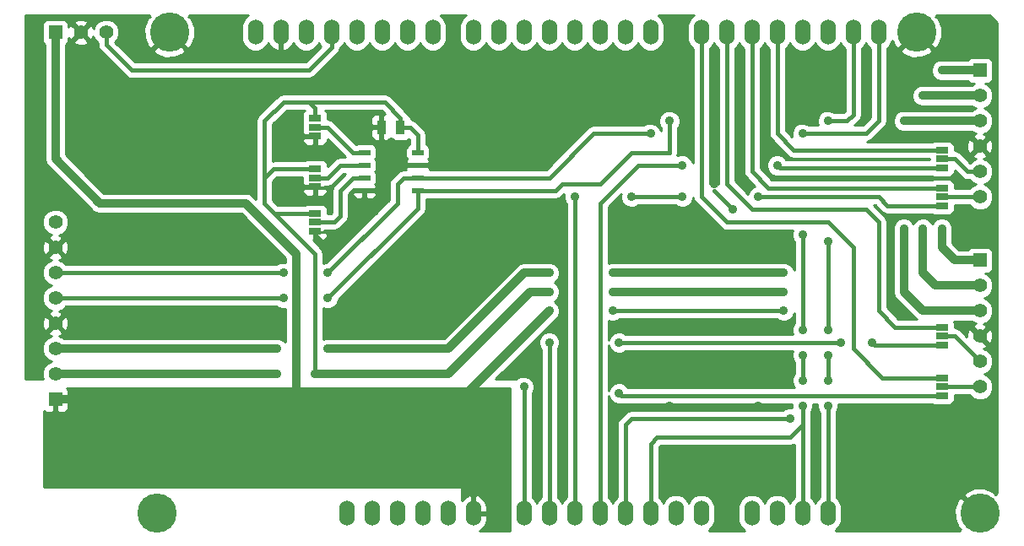
<source format=gtl>
G04 (created by PCBNEW-RS274X (2011-oct-27)-testing) date Wed 04 Jan 2012 07:42:13 AM EST*
G01*
G70*
G90*
%MOIN*%
G04 Gerber Fmt 3.4, Leading zero omitted, Abs format*
%FSLAX34Y34*%
G04 APERTURE LIST*
%ADD10C,0.006000*%
%ADD11O,0.060000X0.100000*%
%ADD12C,0.155000*%
%ADD13R,0.050000X0.025000*%
%ADD14R,0.045000X0.020000*%
%ADD15R,0.035000X0.055000*%
%ADD16R,0.055000X0.055000*%
%ADD17C,0.055000*%
%ADD18C,0.035000*%
%ADD19C,0.016000*%
%ADD20C,0.032000*%
%ADD21C,0.010000*%
G04 APERTURE END LIST*
G54D10*
G54D11*
X46000Y-31000D03*
X47000Y-31000D03*
X48000Y-31000D03*
X49000Y-31000D03*
X50000Y-31000D03*
X51000Y-31000D03*
X52000Y-31000D03*
X53000Y-31000D03*
X48000Y-50000D03*
X46000Y-50000D03*
X45000Y-50000D03*
X49000Y-50000D03*
X50000Y-50000D03*
X51000Y-50000D03*
X44000Y-50000D03*
X43000Y-50000D03*
X42000Y-50000D03*
X39000Y-50000D03*
X40000Y-50000D03*
X41000Y-50000D03*
X37000Y-50000D03*
X36000Y-50000D03*
X35000Y-50000D03*
X33000Y-50000D03*
X32000Y-50000D03*
X44000Y-31000D03*
X43000Y-31000D03*
X42000Y-31000D03*
X41000Y-31000D03*
X40000Y-31000D03*
X39000Y-31000D03*
X38000Y-31000D03*
X37000Y-31000D03*
X35400Y-31000D03*
X34400Y-31000D03*
X33400Y-31000D03*
X32400Y-31000D03*
X31400Y-31000D03*
X30400Y-31000D03*
X29400Y-31000D03*
X28400Y-31000D03*
X34000Y-50000D03*
G54D12*
X57000Y-50000D03*
X54500Y-31000D03*
X25000Y-31000D03*
X24500Y-50000D03*
G54D13*
X55500Y-37850D03*
X55500Y-37500D03*
X55500Y-37150D03*
X55500Y-36350D03*
X55500Y-36000D03*
X55500Y-35650D03*
X55500Y-45350D03*
X55500Y-45000D03*
X55500Y-44650D03*
X55500Y-43350D03*
X55500Y-43000D03*
X55500Y-42650D03*
X30750Y-37100D03*
X30750Y-36750D03*
X30750Y-36400D03*
X30750Y-35100D03*
X30750Y-34750D03*
X30750Y-34400D03*
X30750Y-38850D03*
X30750Y-38500D03*
X30750Y-38150D03*
G54D14*
X34800Y-35750D03*
X32700Y-35750D03*
X34800Y-36250D03*
X34800Y-36750D03*
X34800Y-37250D03*
X32700Y-36250D03*
X32700Y-36750D03*
X32700Y-37250D03*
G54D15*
X33375Y-34750D03*
X34125Y-34750D03*
G54D16*
X20500Y-45500D03*
G54D17*
X20500Y-44500D03*
X20500Y-43500D03*
X20500Y-42500D03*
X20500Y-41500D03*
X20500Y-40500D03*
X20500Y-39500D03*
X20500Y-38500D03*
G54D16*
X57000Y-32500D03*
G54D17*
X57000Y-33500D03*
X57000Y-34500D03*
X57000Y-35500D03*
X57000Y-36500D03*
X57000Y-37500D03*
G54D16*
X57000Y-40000D03*
G54D17*
X57000Y-41000D03*
X57000Y-42000D03*
X57000Y-43000D03*
X57000Y-44000D03*
X57000Y-45000D03*
G54D16*
X20500Y-31000D03*
G54D17*
X21500Y-31000D03*
X22500Y-31000D03*
G54D18*
X47250Y-38000D03*
X40000Y-42000D03*
X42500Y-42000D03*
X49250Y-42000D03*
X55500Y-38750D03*
X55500Y-32500D03*
X29250Y-44500D03*
X30750Y-44500D03*
X40000Y-41250D03*
X42500Y-41250D03*
X49250Y-41250D03*
X54750Y-33500D03*
X54750Y-38750D03*
X31250Y-43500D03*
X40000Y-40500D03*
X42500Y-40500D03*
X49250Y-40500D03*
X29250Y-43500D03*
X54000Y-34500D03*
X54000Y-38750D03*
X41000Y-37500D03*
X43250Y-37500D03*
X45250Y-37500D03*
X48250Y-37500D03*
X45250Y-36250D03*
X49000Y-36250D03*
X39000Y-45000D03*
X42750Y-45250D03*
X52750Y-43250D03*
X42750Y-43250D03*
X40000Y-43250D03*
X51500Y-43250D03*
X44000Y-35000D03*
X31250Y-40500D03*
X29500Y-40500D03*
X50000Y-45750D03*
X50000Y-44750D03*
X50000Y-43750D03*
X50000Y-42750D03*
X50000Y-39000D03*
X50000Y-35000D03*
X49500Y-46250D03*
X44750Y-34500D03*
X29500Y-41500D03*
X31250Y-41500D03*
X51000Y-45750D03*
X51000Y-44750D03*
X51000Y-43750D03*
X51000Y-42750D03*
X51000Y-39250D03*
X51000Y-34500D03*
X48500Y-32750D03*
X48500Y-35500D03*
X47500Y-35500D03*
X47500Y-32750D03*
X47750Y-37000D03*
X46500Y-35750D03*
X46500Y-32750D03*
X46500Y-37000D03*
X44500Y-32750D03*
X41250Y-32750D03*
X52500Y-32750D03*
X51500Y-32750D03*
X49500Y-32750D03*
X28500Y-39500D03*
X25000Y-39250D03*
X25250Y-42500D03*
X29250Y-42500D03*
X31250Y-42500D03*
X53250Y-48000D03*
X50500Y-48750D03*
X50500Y-47500D03*
X49250Y-48750D03*
X44750Y-48000D03*
X44750Y-45750D03*
X48250Y-45750D03*
X48250Y-44250D03*
X43750Y-44250D03*
X43750Y-42750D03*
X48000Y-42500D03*
X48000Y-39500D03*
X43000Y-38500D03*
X36000Y-38500D03*
X32250Y-42500D03*
X35750Y-42250D03*
X39000Y-39000D03*
X39250Y-35000D03*
X36250Y-35000D03*
X34750Y-33000D03*
X27000Y-36500D03*
X25000Y-36500D03*
X22000Y-35250D03*
X22000Y-33250D03*
X25000Y-33250D03*
X28750Y-33250D03*
X32250Y-33000D03*
X32250Y-34500D03*
X31250Y-39500D03*
X29750Y-35250D03*
X29750Y-37250D03*
G54D19*
X46500Y-37250D02*
X47250Y-38000D01*
G54D20*
X40000Y-42000D02*
X36500Y-45500D01*
X29000Y-45500D02*
X36500Y-45500D01*
G54D19*
X49250Y-42000D02*
X42500Y-42000D01*
G54D20*
X20500Y-31000D02*
X20500Y-36000D01*
X20500Y-36000D02*
X22250Y-37750D01*
X22250Y-37750D02*
X28000Y-37750D01*
X28000Y-37750D02*
X30000Y-39750D01*
X30000Y-39750D02*
X30000Y-45250D01*
X30000Y-45250D02*
X29750Y-45500D01*
X29750Y-45500D02*
X29000Y-45500D01*
X29000Y-45500D02*
X20500Y-45500D01*
X57000Y-40000D02*
X56000Y-40000D01*
X56000Y-40000D02*
X55500Y-39500D01*
X55500Y-39500D02*
X55500Y-38750D01*
X55500Y-32500D02*
X57000Y-32500D01*
G54D19*
X30750Y-38150D02*
X29150Y-38150D01*
X29150Y-38150D02*
X29250Y-38250D01*
X30750Y-36400D02*
X29100Y-36400D01*
X29100Y-36400D02*
X28750Y-36750D01*
X30750Y-34400D02*
X30750Y-34000D01*
X30750Y-34000D02*
X30500Y-33750D01*
X34800Y-35750D02*
X34800Y-35050D01*
X34500Y-34750D02*
X34125Y-34750D01*
X34800Y-35050D02*
X34500Y-34750D01*
X30750Y-44500D02*
X30750Y-39750D01*
X34125Y-34375D02*
X34125Y-34750D01*
X33500Y-33750D02*
X34125Y-34375D01*
X29500Y-33750D02*
X30500Y-33750D01*
X30500Y-33750D02*
X33500Y-33750D01*
X28750Y-34500D02*
X29500Y-33750D01*
X28750Y-37750D02*
X28750Y-36750D01*
X28750Y-36750D02*
X28750Y-34500D01*
X30750Y-39750D02*
X29250Y-38250D01*
X29250Y-38250D02*
X28750Y-37750D01*
G54D20*
X29250Y-44500D02*
X27500Y-44500D01*
X36000Y-44500D02*
X30750Y-44500D01*
X36250Y-44250D02*
X36000Y-44500D01*
X39250Y-41250D02*
X36250Y-44250D01*
X40000Y-41250D02*
X39250Y-41250D01*
X49250Y-41250D02*
X42500Y-41250D01*
X20500Y-44500D02*
X24000Y-44500D01*
X24000Y-44500D02*
X25500Y-44500D01*
X25500Y-44500D02*
X27500Y-44500D01*
X57000Y-41000D02*
X55250Y-41000D01*
X54750Y-33500D02*
X57000Y-33500D01*
X54750Y-40500D02*
X54750Y-38750D01*
X55250Y-41000D02*
X54750Y-40500D01*
X23250Y-43500D02*
X29250Y-43500D01*
X20500Y-43500D02*
X23250Y-43500D01*
X36000Y-43500D02*
X31250Y-43500D01*
X39000Y-40500D02*
X36000Y-43500D01*
X39250Y-40500D02*
X39000Y-40500D01*
X40000Y-40500D02*
X39250Y-40500D01*
X49250Y-40500D02*
X42500Y-40500D01*
X57000Y-42000D02*
X54750Y-42000D01*
X54000Y-34500D02*
X57000Y-34500D01*
X54000Y-41250D02*
X54000Y-38750D01*
X54750Y-42000D02*
X54000Y-41250D01*
G54D19*
X57000Y-37500D02*
X55500Y-37500D01*
X55500Y-37150D02*
X48650Y-37150D01*
X48000Y-36500D02*
X48000Y-31000D01*
X48650Y-37150D02*
X48000Y-36500D01*
X55500Y-37850D02*
X53350Y-37850D01*
X41000Y-37500D02*
X41000Y-50000D01*
X45250Y-37500D02*
X43250Y-37500D01*
X53000Y-37500D02*
X48250Y-37500D01*
X53350Y-37850D02*
X53000Y-37500D01*
X57000Y-36500D02*
X56500Y-36500D01*
X56000Y-36000D02*
X55500Y-36000D01*
X56500Y-36500D02*
X56000Y-36000D01*
X55500Y-35650D02*
X49650Y-35650D01*
X49000Y-35000D02*
X49000Y-31000D01*
X49650Y-35650D02*
X49000Y-35000D01*
X42000Y-37750D02*
X42000Y-50000D01*
X43500Y-36250D02*
X42000Y-37750D01*
X45250Y-36250D02*
X43500Y-36250D01*
X49100Y-36350D02*
X49000Y-36250D01*
X55500Y-36350D02*
X49100Y-36350D01*
X57000Y-45000D02*
X55500Y-45000D01*
X55500Y-44650D02*
X53150Y-44650D01*
X46000Y-37500D02*
X46000Y-31000D01*
X47000Y-38500D02*
X46000Y-37500D01*
X51000Y-38500D02*
X47000Y-38500D01*
X52000Y-39500D02*
X51000Y-38500D01*
X52000Y-43500D02*
X52000Y-39500D01*
X53150Y-44650D02*
X52000Y-43500D01*
X55500Y-45350D02*
X42850Y-45350D01*
X39000Y-45000D02*
X39000Y-50000D01*
X42850Y-45350D02*
X42750Y-45250D01*
X55500Y-43000D02*
X56000Y-43000D01*
X56000Y-43000D02*
X57000Y-44000D01*
X55500Y-42650D02*
X53650Y-42650D01*
X47000Y-37000D02*
X47000Y-31000D01*
X48000Y-38000D02*
X47000Y-37000D01*
X52500Y-38000D02*
X48000Y-38000D01*
X53000Y-38500D02*
X52500Y-38000D01*
X53000Y-42000D02*
X53000Y-38500D01*
X53650Y-42650D02*
X53000Y-42000D01*
X51000Y-43250D02*
X51500Y-43250D01*
X52850Y-43350D02*
X52750Y-43250D01*
X51000Y-43250D02*
X42750Y-43250D01*
X40000Y-50000D02*
X40000Y-43250D01*
X52850Y-43350D02*
X55500Y-43350D01*
X22500Y-31000D02*
X22500Y-31500D01*
X31400Y-31600D02*
X31400Y-31000D01*
X30500Y-32500D02*
X31400Y-31600D01*
X23500Y-32500D02*
X30500Y-32500D01*
X22500Y-31500D02*
X23500Y-32500D01*
X44000Y-50000D02*
X44000Y-47250D01*
X49500Y-47000D02*
X50000Y-46500D01*
X44250Y-47000D02*
X49500Y-47000D01*
X44000Y-47250D02*
X44250Y-47000D01*
X34800Y-36750D02*
X40000Y-36750D01*
X43500Y-35000D02*
X44000Y-35000D01*
X41750Y-35000D02*
X43500Y-35000D01*
X40000Y-36750D02*
X41750Y-35000D01*
X20500Y-40500D02*
X29500Y-40500D01*
X34750Y-36750D02*
X34800Y-36750D01*
X34250Y-36750D02*
X34750Y-36750D01*
X34000Y-37000D02*
X34250Y-36750D01*
X34000Y-37750D02*
X34000Y-37000D01*
X31250Y-40500D02*
X34000Y-37750D01*
X50000Y-50000D02*
X50000Y-46500D01*
X50000Y-46500D02*
X50000Y-45750D01*
X50000Y-44750D02*
X50000Y-43750D01*
X50000Y-42750D02*
X50000Y-39000D01*
X50000Y-35000D02*
X52500Y-35000D01*
X52500Y-35000D02*
X53000Y-34500D01*
X53000Y-34500D02*
X53000Y-31000D01*
X43000Y-50000D02*
X43000Y-49250D01*
X43250Y-46250D02*
X49500Y-46250D01*
X43000Y-46500D02*
X43250Y-46250D01*
X43000Y-48250D02*
X43000Y-46500D01*
X43000Y-49250D02*
X43000Y-48250D01*
X40250Y-37250D02*
X34800Y-37250D01*
X40500Y-37000D02*
X40250Y-37250D01*
X42000Y-37000D02*
X40500Y-37000D01*
X43250Y-35750D02*
X42000Y-37000D01*
X44750Y-35750D02*
X43250Y-35750D01*
X44750Y-34500D02*
X44750Y-35750D01*
X34800Y-37250D02*
X35750Y-37250D01*
X35750Y-37250D02*
X34800Y-37250D01*
X20500Y-41500D02*
X29500Y-41500D01*
X31250Y-41500D02*
X34800Y-37950D01*
X34800Y-37950D02*
X34800Y-37250D01*
X51000Y-50000D02*
X51000Y-45750D01*
X51000Y-44750D02*
X51000Y-43750D01*
X51000Y-42750D02*
X51000Y-39250D01*
X51000Y-34500D02*
X51750Y-34500D01*
X51750Y-34500D02*
X52000Y-34250D01*
X52000Y-34250D02*
X52000Y-32500D01*
X52000Y-32500D02*
X52000Y-31000D01*
X48500Y-32750D02*
X48500Y-35500D01*
X47500Y-35500D02*
X47500Y-36750D01*
X47500Y-32750D02*
X47500Y-35500D01*
X47500Y-36750D02*
X47750Y-37000D01*
X46500Y-37000D02*
X46500Y-35750D01*
X46500Y-35750D02*
X46500Y-32750D01*
X41250Y-32750D02*
X44500Y-32750D01*
X49500Y-32750D02*
X51500Y-32750D01*
X25250Y-39500D02*
X28500Y-39500D01*
X25000Y-39250D02*
X25250Y-39500D01*
X32250Y-42500D02*
X31250Y-42500D01*
X29250Y-42500D02*
X25250Y-42500D01*
X32250Y-33000D02*
X34750Y-33000D01*
X50500Y-47500D02*
X50500Y-48750D01*
X45500Y-48750D02*
X49250Y-48750D01*
X44750Y-48000D02*
X45500Y-48750D01*
X48250Y-45750D02*
X44750Y-45750D01*
X43750Y-44250D02*
X48250Y-44250D01*
X47750Y-42750D02*
X43750Y-42750D01*
X48000Y-42500D02*
X47750Y-42750D01*
X44000Y-39500D02*
X48000Y-39500D01*
X43000Y-38500D02*
X44000Y-39500D01*
X36000Y-38750D02*
X36000Y-38500D01*
X32250Y-42500D02*
X36000Y-38750D01*
X39000Y-39000D02*
X35750Y-42250D01*
X36250Y-35000D02*
X39250Y-35000D01*
X33375Y-34750D02*
X32500Y-34750D01*
X23250Y-36500D02*
X25000Y-36500D01*
X22000Y-35250D02*
X23250Y-36500D01*
X25000Y-33250D02*
X22000Y-33250D01*
X32000Y-33250D02*
X28750Y-33250D01*
X32250Y-33000D02*
X32000Y-33250D01*
X32500Y-34750D02*
X32250Y-34500D01*
X30750Y-38850D02*
X30750Y-39000D01*
X30750Y-39000D02*
X31250Y-39500D01*
X30750Y-35100D02*
X29900Y-35100D01*
X29900Y-35100D02*
X29750Y-35250D01*
X30750Y-37100D02*
X29900Y-37100D01*
X29900Y-37100D02*
X29750Y-37250D01*
X30750Y-34750D02*
X31250Y-34750D01*
X32250Y-35750D02*
X32700Y-35750D01*
X31250Y-34750D02*
X32250Y-35750D01*
X32700Y-36750D02*
X32250Y-36750D01*
X31500Y-38500D02*
X30750Y-38500D01*
X31750Y-38250D02*
X31500Y-38500D01*
X31750Y-37250D02*
X31750Y-38250D01*
X32250Y-36750D02*
X31750Y-37250D01*
X30750Y-36750D02*
X31250Y-36750D01*
X31750Y-36250D02*
X32700Y-36250D01*
X31250Y-36750D02*
X31750Y-36250D01*
G54D10*
G36*
X38450Y-50675D02*
X37260Y-50675D01*
X37353Y-50625D01*
X37489Y-50457D01*
X37550Y-50250D01*
X37550Y-50050D01*
X37550Y-49950D01*
X37550Y-49750D01*
X37489Y-49543D01*
X37353Y-49375D01*
X37163Y-49272D01*
X37135Y-49268D01*
X37050Y-49315D01*
X37050Y-49950D01*
X37550Y-49950D01*
X37550Y-50050D01*
X37100Y-50050D01*
X37050Y-50050D01*
X36950Y-50050D01*
X36950Y-49950D01*
X36950Y-49900D01*
X36950Y-49315D01*
X36865Y-49268D01*
X36837Y-49272D01*
X36647Y-49375D01*
X36550Y-49494D01*
X36550Y-48950D01*
X21025Y-48950D01*
X21025Y-45612D01*
X20963Y-45550D01*
X20550Y-45550D01*
X20550Y-45963D01*
X20612Y-46025D01*
X20726Y-46024D01*
X20825Y-46024D01*
X20916Y-45986D01*
X20986Y-45916D01*
X21024Y-45824D01*
X21025Y-45612D01*
X21025Y-48950D01*
X20050Y-48950D01*
X20050Y-45952D01*
X20084Y-45986D01*
X20175Y-46024D01*
X20274Y-46024D01*
X20388Y-46025D01*
X20450Y-45963D01*
X20450Y-45600D01*
X20450Y-45550D01*
X20450Y-45450D01*
X20550Y-45450D01*
X20600Y-45450D01*
X20963Y-45450D01*
X21025Y-45388D01*
X21024Y-45176D01*
X20986Y-45084D01*
X20952Y-45050D01*
X38450Y-45050D01*
X38450Y-50675D01*
X38450Y-50675D01*
G37*
G54D21*
X38450Y-50675D02*
X37260Y-50675D01*
X37353Y-50625D01*
X37489Y-50457D01*
X37550Y-50250D01*
X37550Y-50050D01*
X37550Y-49950D01*
X37550Y-49750D01*
X37489Y-49543D01*
X37353Y-49375D01*
X37163Y-49272D01*
X37135Y-49268D01*
X37050Y-49315D01*
X37050Y-49950D01*
X37550Y-49950D01*
X37550Y-50050D01*
X37100Y-50050D01*
X37050Y-50050D01*
X36950Y-50050D01*
X36950Y-49950D01*
X36950Y-49900D01*
X36950Y-49315D01*
X36865Y-49268D01*
X36837Y-49272D01*
X36647Y-49375D01*
X36550Y-49494D01*
X36550Y-48950D01*
X21025Y-48950D01*
X21025Y-45612D01*
X20963Y-45550D01*
X20550Y-45550D01*
X20550Y-45963D01*
X20612Y-46025D01*
X20726Y-46024D01*
X20825Y-46024D01*
X20916Y-45986D01*
X20986Y-45916D01*
X21024Y-45824D01*
X21025Y-45612D01*
X21025Y-48950D01*
X20050Y-48950D01*
X20050Y-45952D01*
X20084Y-45986D01*
X20175Y-46024D01*
X20274Y-46024D01*
X20388Y-46025D01*
X20450Y-45963D01*
X20450Y-45600D01*
X20450Y-45550D01*
X20450Y-45450D01*
X20550Y-45450D01*
X20600Y-45450D01*
X20963Y-45450D01*
X21025Y-45388D01*
X21024Y-45176D01*
X20986Y-45084D01*
X20952Y-45050D01*
X38450Y-45050D01*
X38450Y-50675D01*
G54D10*
G36*
X31954Y-35920D02*
X31750Y-35920D01*
X31644Y-35941D01*
X31623Y-35945D01*
X31517Y-36017D01*
X31249Y-36285D01*
X31249Y-36226D01*
X31211Y-36134D01*
X31141Y-36064D01*
X31050Y-36026D01*
X30951Y-36026D01*
X30700Y-36026D01*
X30700Y-35413D01*
X30700Y-35150D01*
X30312Y-35150D01*
X30250Y-35212D01*
X30251Y-35274D01*
X30289Y-35366D01*
X30359Y-35436D01*
X30450Y-35474D01*
X30549Y-35474D01*
X30638Y-35475D01*
X30700Y-35413D01*
X30700Y-36026D01*
X30451Y-36026D01*
X30359Y-36064D01*
X30353Y-36070D01*
X29100Y-36070D01*
X29080Y-36073D01*
X29080Y-34636D01*
X29636Y-34080D01*
X30343Y-34080D01*
X30289Y-34134D01*
X30251Y-34225D01*
X30251Y-34324D01*
X30251Y-34574D01*
X30251Y-34575D01*
X30251Y-34674D01*
X30251Y-34924D01*
X30251Y-34925D01*
X30251Y-34926D01*
X30250Y-34988D01*
X30312Y-35050D01*
X30323Y-35050D01*
X30359Y-35086D01*
X30450Y-35124D01*
X30549Y-35124D01*
X30800Y-35124D01*
X30800Y-35150D01*
X30800Y-35200D01*
X30800Y-35413D01*
X30862Y-35475D01*
X30951Y-35474D01*
X31050Y-35474D01*
X31141Y-35436D01*
X31211Y-35366D01*
X31249Y-35274D01*
X31249Y-35215D01*
X31954Y-35920D01*
X31954Y-35920D01*
G37*
G54D21*
X31954Y-35920D02*
X31750Y-35920D01*
X31644Y-35941D01*
X31623Y-35945D01*
X31517Y-36017D01*
X31249Y-36285D01*
X31249Y-36226D01*
X31211Y-36134D01*
X31141Y-36064D01*
X31050Y-36026D01*
X30951Y-36026D01*
X30700Y-36026D01*
X30700Y-35413D01*
X30700Y-35150D01*
X30312Y-35150D01*
X30250Y-35212D01*
X30251Y-35274D01*
X30289Y-35366D01*
X30359Y-35436D01*
X30450Y-35474D01*
X30549Y-35474D01*
X30638Y-35475D01*
X30700Y-35413D01*
X30700Y-36026D01*
X30451Y-36026D01*
X30359Y-36064D01*
X30353Y-36070D01*
X29100Y-36070D01*
X29080Y-36073D01*
X29080Y-34636D01*
X29636Y-34080D01*
X30343Y-34080D01*
X30289Y-34134D01*
X30251Y-34225D01*
X30251Y-34324D01*
X30251Y-34574D01*
X30251Y-34575D01*
X30251Y-34674D01*
X30251Y-34924D01*
X30251Y-34925D01*
X30251Y-34926D01*
X30250Y-34988D01*
X30312Y-35050D01*
X30323Y-35050D01*
X30359Y-35086D01*
X30450Y-35124D01*
X30549Y-35124D01*
X30800Y-35124D01*
X30800Y-35150D01*
X30800Y-35200D01*
X30800Y-35413D01*
X30862Y-35475D01*
X30951Y-35474D01*
X31050Y-35474D01*
X31141Y-35436D01*
X31211Y-35366D01*
X31249Y-35274D01*
X31249Y-35215D01*
X31954Y-35920D01*
G54D10*
G36*
X31954Y-36580D02*
X31517Y-37017D01*
X31445Y-37123D01*
X31420Y-37250D01*
X31420Y-38113D01*
X31363Y-38170D01*
X31250Y-38170D01*
X31250Y-37212D01*
X31188Y-37150D01*
X30800Y-37150D01*
X30800Y-37413D01*
X30862Y-37475D01*
X30951Y-37474D01*
X31050Y-37474D01*
X31141Y-37436D01*
X31211Y-37366D01*
X31249Y-37274D01*
X31250Y-37212D01*
X31250Y-38170D01*
X31249Y-38170D01*
X31249Y-37976D01*
X31211Y-37884D01*
X31141Y-37814D01*
X31050Y-37776D01*
X30951Y-37776D01*
X30700Y-37776D01*
X30700Y-37413D01*
X30700Y-37150D01*
X30312Y-37150D01*
X30250Y-37212D01*
X30251Y-37274D01*
X30289Y-37366D01*
X30359Y-37436D01*
X30450Y-37474D01*
X30549Y-37474D01*
X30638Y-37475D01*
X30700Y-37413D01*
X30700Y-37776D01*
X30451Y-37776D01*
X30359Y-37814D01*
X30353Y-37820D01*
X29286Y-37820D01*
X29080Y-37614D01*
X29080Y-36886D01*
X29236Y-36730D01*
X30251Y-36730D01*
X30251Y-36924D01*
X30251Y-36925D01*
X30251Y-36926D01*
X30250Y-36988D01*
X30312Y-37050D01*
X30323Y-37050D01*
X30359Y-37086D01*
X30450Y-37124D01*
X30549Y-37124D01*
X31049Y-37124D01*
X31141Y-37086D01*
X31147Y-37080D01*
X31250Y-37080D01*
X31376Y-37055D01*
X31377Y-37055D01*
X31483Y-36983D01*
X31886Y-36580D01*
X31954Y-36580D01*
X31954Y-36580D01*
G37*
G54D21*
X31954Y-36580D02*
X31517Y-37017D01*
X31445Y-37123D01*
X31420Y-37250D01*
X31420Y-38113D01*
X31363Y-38170D01*
X31250Y-38170D01*
X31250Y-37212D01*
X31188Y-37150D01*
X30800Y-37150D01*
X30800Y-37413D01*
X30862Y-37475D01*
X30951Y-37474D01*
X31050Y-37474D01*
X31141Y-37436D01*
X31211Y-37366D01*
X31249Y-37274D01*
X31250Y-37212D01*
X31250Y-38170D01*
X31249Y-38170D01*
X31249Y-37976D01*
X31211Y-37884D01*
X31141Y-37814D01*
X31050Y-37776D01*
X30951Y-37776D01*
X30700Y-37776D01*
X30700Y-37413D01*
X30700Y-37150D01*
X30312Y-37150D01*
X30250Y-37212D01*
X30251Y-37274D01*
X30289Y-37366D01*
X30359Y-37436D01*
X30450Y-37474D01*
X30549Y-37474D01*
X30638Y-37475D01*
X30700Y-37413D01*
X30700Y-37776D01*
X30451Y-37776D01*
X30359Y-37814D01*
X30353Y-37820D01*
X29286Y-37820D01*
X29080Y-37614D01*
X29080Y-36886D01*
X29236Y-36730D01*
X30251Y-36730D01*
X30251Y-36924D01*
X30251Y-36925D01*
X30251Y-36926D01*
X30250Y-36988D01*
X30312Y-37050D01*
X30323Y-37050D01*
X30359Y-37086D01*
X30450Y-37124D01*
X30549Y-37124D01*
X31049Y-37124D01*
X31141Y-37086D01*
X31147Y-37080D01*
X31250Y-37080D01*
X31376Y-37055D01*
X31377Y-37055D01*
X31483Y-36983D01*
X31886Y-36580D01*
X31954Y-36580D01*
G54D10*
G36*
X40670Y-49352D02*
X40543Y-49480D01*
X40500Y-49582D01*
X40458Y-49480D01*
X40330Y-49352D01*
X40330Y-43521D01*
X40360Y-43491D01*
X40425Y-43335D01*
X40425Y-43166D01*
X40361Y-43010D01*
X40241Y-42890D01*
X40085Y-42825D01*
X39916Y-42825D01*
X39760Y-42889D01*
X39640Y-43009D01*
X39575Y-43165D01*
X39575Y-43334D01*
X39639Y-43490D01*
X39670Y-43521D01*
X39670Y-49352D01*
X39543Y-49480D01*
X39500Y-49582D01*
X39458Y-49480D01*
X39330Y-49352D01*
X39330Y-45271D01*
X39360Y-45241D01*
X39425Y-45085D01*
X39425Y-44916D01*
X39361Y-44760D01*
X39241Y-44640D01*
X39085Y-44575D01*
X38916Y-44575D01*
X38760Y-44639D01*
X38699Y-44700D01*
X37879Y-44700D01*
X40202Y-42376D01*
X40240Y-42361D01*
X40360Y-42241D01*
X40425Y-42085D01*
X40425Y-41916D01*
X40361Y-41760D01*
X40241Y-41640D01*
X40205Y-41625D01*
X40240Y-41611D01*
X40360Y-41491D01*
X40425Y-41335D01*
X40425Y-41166D01*
X40361Y-41010D01*
X40241Y-40890D01*
X40205Y-40875D01*
X40240Y-40861D01*
X40360Y-40741D01*
X40425Y-40585D01*
X40425Y-40416D01*
X40361Y-40260D01*
X40241Y-40140D01*
X40085Y-40075D01*
X39916Y-40075D01*
X39879Y-40090D01*
X39250Y-40090D01*
X39000Y-40090D01*
X38843Y-40121D01*
X38710Y-40210D01*
X38707Y-40213D01*
X35830Y-43090D01*
X31371Y-43090D01*
X31335Y-43075D01*
X31166Y-43075D01*
X31080Y-43110D01*
X31080Y-41889D01*
X31165Y-41925D01*
X31334Y-41925D01*
X31490Y-41861D01*
X31610Y-41741D01*
X31675Y-41585D01*
X31675Y-41541D01*
X35033Y-38184D01*
X35033Y-38183D01*
X35080Y-38112D01*
X35104Y-38077D01*
X35105Y-38076D01*
X35129Y-37950D01*
X35130Y-37950D01*
X35130Y-37580D01*
X35750Y-37580D01*
X40250Y-37580D01*
X40376Y-37555D01*
X40377Y-37555D01*
X40483Y-37483D01*
X40591Y-37374D01*
X40575Y-37415D01*
X40575Y-37584D01*
X40639Y-37740D01*
X40670Y-37771D01*
X40670Y-49352D01*
X40670Y-49352D01*
G37*
G54D21*
X40670Y-49352D02*
X40543Y-49480D01*
X40500Y-49582D01*
X40458Y-49480D01*
X40330Y-49352D01*
X40330Y-43521D01*
X40360Y-43491D01*
X40425Y-43335D01*
X40425Y-43166D01*
X40361Y-43010D01*
X40241Y-42890D01*
X40085Y-42825D01*
X39916Y-42825D01*
X39760Y-42889D01*
X39640Y-43009D01*
X39575Y-43165D01*
X39575Y-43334D01*
X39639Y-43490D01*
X39670Y-43521D01*
X39670Y-49352D01*
X39543Y-49480D01*
X39500Y-49582D01*
X39458Y-49480D01*
X39330Y-49352D01*
X39330Y-45271D01*
X39360Y-45241D01*
X39425Y-45085D01*
X39425Y-44916D01*
X39361Y-44760D01*
X39241Y-44640D01*
X39085Y-44575D01*
X38916Y-44575D01*
X38760Y-44639D01*
X38699Y-44700D01*
X37879Y-44700D01*
X40202Y-42376D01*
X40240Y-42361D01*
X40360Y-42241D01*
X40425Y-42085D01*
X40425Y-41916D01*
X40361Y-41760D01*
X40241Y-41640D01*
X40205Y-41625D01*
X40240Y-41611D01*
X40360Y-41491D01*
X40425Y-41335D01*
X40425Y-41166D01*
X40361Y-41010D01*
X40241Y-40890D01*
X40205Y-40875D01*
X40240Y-40861D01*
X40360Y-40741D01*
X40425Y-40585D01*
X40425Y-40416D01*
X40361Y-40260D01*
X40241Y-40140D01*
X40085Y-40075D01*
X39916Y-40075D01*
X39879Y-40090D01*
X39250Y-40090D01*
X39000Y-40090D01*
X38843Y-40121D01*
X38710Y-40210D01*
X38707Y-40213D01*
X35830Y-43090D01*
X31371Y-43090D01*
X31335Y-43075D01*
X31166Y-43075D01*
X31080Y-43110D01*
X31080Y-41889D01*
X31165Y-41925D01*
X31334Y-41925D01*
X31490Y-41861D01*
X31610Y-41741D01*
X31675Y-41585D01*
X31675Y-41541D01*
X35033Y-38184D01*
X35033Y-38183D01*
X35080Y-38112D01*
X35104Y-38077D01*
X35105Y-38076D01*
X35129Y-37950D01*
X35130Y-37950D01*
X35130Y-37580D01*
X35750Y-37580D01*
X40250Y-37580D01*
X40376Y-37555D01*
X40377Y-37555D01*
X40483Y-37483D01*
X40591Y-37374D01*
X40575Y-37415D01*
X40575Y-37584D01*
X40639Y-37740D01*
X40670Y-37771D01*
X40670Y-49352D01*
G54D10*
G36*
X45701Y-30325D02*
X45694Y-30328D01*
X45543Y-30480D01*
X45460Y-30678D01*
X45460Y-30893D01*
X45460Y-31321D01*
X45542Y-31520D01*
X45670Y-31647D01*
X45670Y-36153D01*
X45611Y-36010D01*
X45491Y-35890D01*
X45335Y-35825D01*
X45166Y-35825D01*
X45056Y-35870D01*
X45080Y-35750D01*
X45080Y-34771D01*
X45110Y-34741D01*
X45175Y-34585D01*
X45175Y-34416D01*
X45111Y-34260D01*
X44991Y-34140D01*
X44835Y-34075D01*
X44666Y-34075D01*
X44510Y-34139D01*
X44390Y-34259D01*
X44325Y-34415D01*
X44325Y-34584D01*
X44389Y-34740D01*
X44420Y-34771D01*
X44420Y-34903D01*
X44361Y-34760D01*
X44241Y-34640D01*
X44085Y-34575D01*
X43916Y-34575D01*
X43760Y-34639D01*
X43729Y-34670D01*
X43500Y-34670D01*
X41750Y-34670D01*
X41624Y-34695D01*
X41588Y-34719D01*
X41516Y-34767D01*
X39863Y-36420D01*
X35265Y-36420D01*
X35274Y-36399D01*
X35275Y-36362D01*
X35213Y-36300D01*
X34900Y-36300D01*
X34850Y-36300D01*
X34750Y-36300D01*
X34700Y-36300D01*
X34387Y-36300D01*
X34325Y-36362D01*
X34326Y-36399D01*
X34334Y-36420D01*
X34250Y-36420D01*
X34124Y-36445D01*
X34088Y-36469D01*
X34016Y-36517D01*
X33767Y-36767D01*
X33695Y-36873D01*
X33670Y-37000D01*
X33670Y-37614D01*
X33325Y-37959D01*
X33325Y-35213D01*
X33325Y-34800D01*
X33325Y-34700D01*
X33325Y-34287D01*
X33263Y-34225D01*
X33151Y-34226D01*
X33059Y-34264D01*
X32989Y-34334D01*
X32951Y-34425D01*
X32951Y-34524D01*
X32950Y-34638D01*
X33012Y-34700D01*
X33325Y-34700D01*
X33325Y-34800D01*
X33012Y-34800D01*
X32950Y-34862D01*
X32951Y-34976D01*
X32951Y-35075D01*
X32989Y-35166D01*
X33059Y-35236D01*
X33151Y-35274D01*
X33263Y-35275D01*
X33325Y-35213D01*
X33325Y-37959D01*
X33175Y-38109D01*
X33175Y-37362D01*
X33113Y-37300D01*
X32750Y-37300D01*
X32750Y-37538D01*
X32812Y-37600D01*
X32876Y-37599D01*
X32975Y-37599D01*
X33066Y-37561D01*
X33136Y-37491D01*
X33174Y-37399D01*
X33175Y-37362D01*
X33175Y-38109D01*
X32650Y-38634D01*
X32650Y-37538D01*
X32650Y-37300D01*
X32287Y-37300D01*
X32225Y-37362D01*
X32226Y-37399D01*
X32264Y-37491D01*
X32334Y-37561D01*
X32425Y-37599D01*
X32524Y-37599D01*
X32588Y-37600D01*
X32650Y-37538D01*
X32650Y-38634D01*
X31250Y-40034D01*
X31250Y-38962D01*
X31188Y-38900D01*
X30800Y-38900D01*
X30800Y-39163D01*
X30862Y-39225D01*
X30951Y-39224D01*
X31050Y-39224D01*
X31141Y-39186D01*
X31211Y-39116D01*
X31249Y-39024D01*
X31250Y-38962D01*
X31250Y-40034D01*
X31209Y-40075D01*
X31166Y-40075D01*
X31080Y-40110D01*
X31080Y-39750D01*
X31058Y-39644D01*
X31055Y-39624D01*
X31055Y-39623D01*
X30983Y-39517D01*
X30983Y-39516D01*
X30664Y-39198D01*
X30700Y-39163D01*
X30700Y-38950D01*
X30700Y-38900D01*
X30700Y-38874D01*
X31049Y-38874D01*
X31141Y-38836D01*
X31147Y-38830D01*
X31500Y-38830D01*
X31626Y-38805D01*
X31627Y-38805D01*
X31733Y-38733D01*
X31983Y-38484D01*
X31983Y-38483D01*
X32030Y-38412D01*
X32054Y-38377D01*
X32055Y-38376D01*
X32079Y-38250D01*
X32080Y-38250D01*
X32080Y-37386D01*
X32276Y-37189D01*
X32287Y-37200D01*
X32600Y-37200D01*
X32650Y-37200D01*
X32750Y-37200D01*
X32800Y-37200D01*
X33113Y-37200D01*
X33175Y-37138D01*
X33174Y-37101D01*
X33136Y-37009D01*
X33127Y-37000D01*
X33136Y-36991D01*
X33174Y-36900D01*
X33174Y-36801D01*
X33174Y-36601D01*
X33136Y-36509D01*
X33127Y-36500D01*
X33136Y-36491D01*
X33174Y-36400D01*
X33174Y-36301D01*
X33174Y-36101D01*
X33136Y-36009D01*
X33127Y-36000D01*
X33136Y-35991D01*
X33174Y-35900D01*
X33174Y-35801D01*
X33174Y-35601D01*
X33136Y-35509D01*
X33066Y-35439D01*
X32975Y-35401D01*
X32876Y-35401D01*
X32426Y-35401D01*
X32384Y-35418D01*
X31483Y-34517D01*
X31377Y-34445D01*
X31250Y-34420D01*
X31249Y-34420D01*
X31249Y-34226D01*
X31211Y-34134D01*
X31157Y-34080D01*
X33363Y-34080D01*
X33508Y-34225D01*
X33487Y-34225D01*
X33425Y-34287D01*
X33425Y-34650D01*
X33425Y-34700D01*
X33425Y-34800D01*
X33425Y-34850D01*
X33425Y-35213D01*
X33487Y-35275D01*
X33599Y-35274D01*
X33691Y-35236D01*
X33750Y-35177D01*
X33809Y-35236D01*
X33900Y-35274D01*
X33999Y-35274D01*
X34349Y-35274D01*
X34441Y-35236D01*
X34470Y-35207D01*
X34470Y-35424D01*
X34434Y-35439D01*
X34364Y-35509D01*
X34326Y-35600D01*
X34326Y-35699D01*
X34326Y-35899D01*
X34364Y-35991D01*
X34373Y-36000D01*
X34364Y-36009D01*
X34326Y-36101D01*
X34325Y-36138D01*
X34387Y-36200D01*
X34700Y-36200D01*
X34750Y-36200D01*
X34850Y-36200D01*
X34900Y-36200D01*
X35213Y-36200D01*
X35275Y-36138D01*
X35274Y-36101D01*
X35236Y-36009D01*
X35227Y-36000D01*
X35236Y-35991D01*
X35274Y-35900D01*
X35274Y-35801D01*
X35274Y-35601D01*
X35236Y-35509D01*
X35166Y-35439D01*
X35130Y-35423D01*
X35130Y-35050D01*
X35108Y-34944D01*
X35105Y-34924D01*
X35105Y-34923D01*
X35033Y-34817D01*
X35033Y-34816D01*
X34733Y-34517D01*
X34627Y-34445D01*
X34549Y-34429D01*
X34549Y-34426D01*
X34511Y-34334D01*
X34441Y-34264D01*
X34432Y-34260D01*
X34431Y-34259D01*
X34430Y-34249D01*
X34429Y-34248D01*
X34405Y-34213D01*
X34358Y-34142D01*
X34358Y-34141D01*
X33733Y-33517D01*
X33627Y-33445D01*
X33500Y-33420D01*
X30500Y-33420D01*
X29500Y-33420D01*
X29374Y-33445D01*
X29338Y-33469D01*
X29266Y-33517D01*
X28517Y-34267D01*
X28445Y-34373D01*
X28420Y-34500D01*
X28420Y-36750D01*
X28420Y-37590D01*
X28290Y-37460D01*
X28157Y-37371D01*
X28000Y-37340D01*
X22420Y-37340D01*
X21790Y-36710D01*
X21790Y-31361D01*
X21500Y-31071D01*
X21210Y-31361D01*
X21233Y-31452D01*
X21426Y-31519D01*
X21630Y-31508D01*
X21767Y-31452D01*
X21790Y-31361D01*
X21790Y-36710D01*
X20910Y-35830D01*
X20910Y-31488D01*
X20916Y-31486D01*
X20986Y-31416D01*
X21024Y-31325D01*
X21024Y-31226D01*
X21024Y-31208D01*
X21048Y-31267D01*
X21139Y-31290D01*
X21429Y-31000D01*
X21139Y-30710D01*
X21048Y-30733D01*
X21024Y-30802D01*
X21024Y-30676D01*
X20986Y-30584D01*
X20916Y-30514D01*
X20825Y-30476D01*
X20726Y-30476D01*
X20176Y-30476D01*
X20084Y-30514D01*
X20014Y-30584D01*
X19976Y-30675D01*
X19976Y-30774D01*
X19976Y-31324D01*
X20014Y-31416D01*
X20084Y-31486D01*
X20090Y-31488D01*
X20090Y-36000D01*
X20121Y-36157D01*
X20210Y-36290D01*
X21959Y-38039D01*
X21960Y-38040D01*
X22092Y-38128D01*
X22093Y-38129D01*
X22218Y-38153D01*
X22249Y-38160D01*
X22249Y-38159D01*
X22250Y-38160D01*
X27830Y-38160D01*
X29590Y-39920D01*
X29590Y-40077D01*
X29585Y-40075D01*
X29416Y-40075D01*
X29260Y-40139D01*
X29229Y-40170D01*
X21025Y-40170D01*
X21025Y-38605D01*
X21025Y-38396D01*
X20945Y-38203D01*
X20798Y-38055D01*
X20605Y-37975D01*
X20396Y-37975D01*
X20203Y-38055D01*
X20055Y-38202D01*
X19975Y-38395D01*
X19975Y-38604D01*
X20055Y-38797D01*
X20202Y-38945D01*
X20342Y-39003D01*
X20233Y-39048D01*
X20210Y-39139D01*
X20500Y-39429D01*
X20790Y-39139D01*
X20767Y-39048D01*
X20648Y-39006D01*
X20797Y-38945D01*
X20945Y-38798D01*
X21025Y-38605D01*
X21025Y-40170D01*
X21019Y-40170D01*
X21019Y-39574D01*
X21008Y-39370D01*
X20952Y-39233D01*
X20861Y-39210D01*
X20571Y-39500D01*
X20861Y-39790D01*
X20952Y-39767D01*
X21019Y-39574D01*
X21019Y-40170D01*
X20912Y-40170D01*
X20798Y-40055D01*
X20657Y-39996D01*
X20767Y-39952D01*
X20790Y-39861D01*
X20500Y-39571D01*
X20429Y-39642D01*
X20429Y-39500D01*
X20139Y-39210D01*
X20048Y-39233D01*
X19981Y-39426D01*
X19992Y-39630D01*
X20048Y-39767D01*
X20139Y-39790D01*
X20429Y-39500D01*
X20429Y-39642D01*
X20210Y-39861D01*
X20233Y-39952D01*
X20351Y-39993D01*
X20203Y-40055D01*
X20055Y-40202D01*
X19975Y-40395D01*
X19975Y-40604D01*
X20055Y-40797D01*
X20202Y-40945D01*
X20335Y-41000D01*
X20203Y-41055D01*
X20055Y-41202D01*
X19975Y-41395D01*
X19975Y-41604D01*
X20055Y-41797D01*
X20202Y-41945D01*
X20342Y-42003D01*
X20233Y-42048D01*
X20210Y-42139D01*
X20500Y-42429D01*
X20790Y-42139D01*
X20767Y-42048D01*
X20648Y-42006D01*
X20797Y-41945D01*
X20912Y-41830D01*
X29229Y-41830D01*
X29259Y-41860D01*
X29415Y-41925D01*
X29584Y-41925D01*
X29590Y-41922D01*
X29590Y-43239D01*
X29491Y-43140D01*
X29335Y-43075D01*
X29166Y-43075D01*
X29129Y-43090D01*
X23250Y-43090D01*
X21019Y-43090D01*
X21019Y-42574D01*
X21008Y-42370D01*
X20952Y-42233D01*
X20861Y-42210D01*
X20571Y-42500D01*
X20861Y-42790D01*
X20952Y-42767D01*
X21019Y-42574D01*
X21019Y-43090D01*
X20832Y-43090D01*
X20798Y-43055D01*
X20657Y-42996D01*
X20767Y-42952D01*
X20790Y-42861D01*
X20500Y-42571D01*
X20429Y-42642D01*
X20429Y-42500D01*
X20139Y-42210D01*
X20048Y-42233D01*
X19981Y-42426D01*
X19992Y-42630D01*
X20048Y-42767D01*
X20139Y-42790D01*
X20429Y-42500D01*
X20429Y-42642D01*
X20210Y-42861D01*
X20233Y-42952D01*
X20351Y-42993D01*
X20203Y-43055D01*
X20055Y-43202D01*
X19975Y-43395D01*
X19975Y-43604D01*
X20055Y-43797D01*
X20202Y-43945D01*
X20335Y-44000D01*
X20203Y-44055D01*
X20055Y-44202D01*
X19975Y-44395D01*
X19975Y-44604D01*
X20014Y-44700D01*
X19325Y-44700D01*
X19325Y-30325D01*
X24198Y-30325D01*
X24191Y-30332D01*
X24240Y-30381D01*
X24143Y-30439D01*
X23993Y-30809D01*
X23997Y-31209D01*
X24143Y-31561D01*
X24285Y-31644D01*
X24894Y-31035D01*
X24929Y-31000D01*
X25000Y-30929D01*
X25071Y-31000D01*
X25106Y-31035D01*
X25715Y-31644D01*
X25857Y-31561D01*
X26007Y-31191D01*
X26003Y-30791D01*
X25857Y-30439D01*
X25759Y-30381D01*
X25809Y-30332D01*
X25802Y-30325D01*
X28101Y-30325D01*
X28094Y-30328D01*
X27943Y-30480D01*
X27860Y-30678D01*
X27860Y-30893D01*
X27860Y-31321D01*
X27942Y-31520D01*
X28094Y-31671D01*
X28292Y-31754D01*
X28507Y-31754D01*
X28706Y-31672D01*
X28857Y-31520D01*
X28899Y-31418D01*
X28911Y-31457D01*
X29047Y-31625D01*
X29237Y-31728D01*
X29265Y-31732D01*
X29350Y-31685D01*
X29350Y-31100D01*
X29350Y-31050D01*
X29350Y-30950D01*
X29450Y-30950D01*
X29450Y-31050D01*
X29450Y-31100D01*
X29450Y-31685D01*
X29535Y-31732D01*
X29563Y-31728D01*
X29753Y-31625D01*
X29889Y-31457D01*
X29900Y-31418D01*
X29942Y-31520D01*
X30094Y-31671D01*
X30292Y-31754D01*
X30507Y-31754D01*
X30706Y-31672D01*
X30857Y-31520D01*
X30899Y-31417D01*
X30942Y-31520D01*
X30977Y-31555D01*
X30363Y-32170D01*
X26007Y-32170D01*
X25644Y-32170D01*
X25644Y-31715D01*
X25000Y-31071D01*
X24929Y-31142D01*
X24356Y-31715D01*
X24439Y-31857D01*
X24809Y-32007D01*
X25209Y-32003D01*
X25561Y-31857D01*
X25644Y-31715D01*
X25644Y-32170D01*
X23636Y-32170D01*
X22854Y-31388D01*
X22945Y-31298D01*
X23025Y-31105D01*
X23025Y-30896D01*
X22945Y-30703D01*
X22798Y-30555D01*
X22605Y-30475D01*
X22396Y-30475D01*
X22203Y-30555D01*
X22055Y-30702D01*
X21996Y-30842D01*
X21952Y-30733D01*
X21861Y-30710D01*
X21790Y-30781D01*
X21790Y-30639D01*
X21767Y-30548D01*
X21574Y-30481D01*
X21370Y-30492D01*
X21233Y-30548D01*
X21210Y-30639D01*
X21500Y-30929D01*
X21790Y-30639D01*
X21790Y-30781D01*
X21571Y-31000D01*
X21861Y-31290D01*
X21952Y-31267D01*
X21993Y-31148D01*
X22055Y-31297D01*
X22170Y-31412D01*
X22170Y-31500D01*
X22195Y-31627D01*
X22267Y-31733D01*
X23267Y-32733D01*
X23373Y-32805D01*
X23374Y-32805D01*
X23394Y-32808D01*
X23500Y-32830D01*
X30500Y-32830D01*
X30626Y-32805D01*
X30627Y-32805D01*
X30733Y-32733D01*
X31633Y-31834D01*
X31633Y-31833D01*
X31680Y-31762D01*
X31704Y-31727D01*
X31705Y-31726D01*
X31717Y-31660D01*
X31718Y-31659D01*
X31857Y-31520D01*
X31899Y-31417D01*
X31942Y-31520D01*
X32094Y-31671D01*
X32292Y-31754D01*
X32507Y-31754D01*
X32706Y-31672D01*
X32857Y-31520D01*
X32899Y-31417D01*
X32942Y-31520D01*
X33094Y-31671D01*
X33292Y-31754D01*
X33507Y-31754D01*
X33706Y-31672D01*
X33857Y-31520D01*
X33899Y-31417D01*
X33942Y-31520D01*
X34094Y-31671D01*
X34292Y-31754D01*
X34507Y-31754D01*
X34706Y-31672D01*
X34857Y-31520D01*
X34899Y-31417D01*
X34942Y-31520D01*
X35094Y-31671D01*
X35292Y-31754D01*
X35507Y-31754D01*
X35706Y-31672D01*
X35857Y-31520D01*
X35940Y-31322D01*
X35940Y-31107D01*
X35940Y-30679D01*
X35858Y-30480D01*
X35706Y-30329D01*
X35696Y-30325D01*
X36701Y-30325D01*
X36694Y-30328D01*
X36543Y-30480D01*
X36460Y-30678D01*
X36460Y-30893D01*
X36460Y-31321D01*
X36542Y-31520D01*
X36694Y-31671D01*
X36892Y-31754D01*
X37107Y-31754D01*
X37306Y-31672D01*
X37457Y-31520D01*
X37499Y-31417D01*
X37542Y-31520D01*
X37694Y-31671D01*
X37892Y-31754D01*
X38107Y-31754D01*
X38306Y-31672D01*
X38457Y-31520D01*
X38499Y-31417D01*
X38542Y-31520D01*
X38694Y-31671D01*
X38892Y-31754D01*
X39107Y-31754D01*
X39306Y-31672D01*
X39457Y-31520D01*
X39499Y-31417D01*
X39542Y-31520D01*
X39694Y-31671D01*
X39892Y-31754D01*
X40107Y-31754D01*
X40306Y-31672D01*
X40457Y-31520D01*
X40499Y-31417D01*
X40542Y-31520D01*
X40694Y-31671D01*
X40892Y-31754D01*
X41107Y-31754D01*
X41306Y-31672D01*
X41457Y-31520D01*
X41499Y-31417D01*
X41542Y-31520D01*
X41694Y-31671D01*
X41892Y-31754D01*
X42107Y-31754D01*
X42306Y-31672D01*
X42457Y-31520D01*
X42499Y-31417D01*
X42542Y-31520D01*
X42694Y-31671D01*
X42892Y-31754D01*
X43107Y-31754D01*
X43306Y-31672D01*
X43457Y-31520D01*
X43499Y-31417D01*
X43542Y-31520D01*
X43694Y-31671D01*
X43892Y-31754D01*
X44107Y-31754D01*
X44306Y-31672D01*
X44457Y-31520D01*
X44540Y-31322D01*
X44540Y-31107D01*
X44540Y-30679D01*
X44458Y-30480D01*
X44306Y-30329D01*
X44296Y-30325D01*
X45701Y-30325D01*
X45701Y-30325D01*
G37*
G54D21*
X45701Y-30325D02*
X45694Y-30328D01*
X45543Y-30480D01*
X45460Y-30678D01*
X45460Y-30893D01*
X45460Y-31321D01*
X45542Y-31520D01*
X45670Y-31647D01*
X45670Y-36153D01*
X45611Y-36010D01*
X45491Y-35890D01*
X45335Y-35825D01*
X45166Y-35825D01*
X45056Y-35870D01*
X45080Y-35750D01*
X45080Y-34771D01*
X45110Y-34741D01*
X45175Y-34585D01*
X45175Y-34416D01*
X45111Y-34260D01*
X44991Y-34140D01*
X44835Y-34075D01*
X44666Y-34075D01*
X44510Y-34139D01*
X44390Y-34259D01*
X44325Y-34415D01*
X44325Y-34584D01*
X44389Y-34740D01*
X44420Y-34771D01*
X44420Y-34903D01*
X44361Y-34760D01*
X44241Y-34640D01*
X44085Y-34575D01*
X43916Y-34575D01*
X43760Y-34639D01*
X43729Y-34670D01*
X43500Y-34670D01*
X41750Y-34670D01*
X41624Y-34695D01*
X41588Y-34719D01*
X41516Y-34767D01*
X39863Y-36420D01*
X35265Y-36420D01*
X35274Y-36399D01*
X35275Y-36362D01*
X35213Y-36300D01*
X34900Y-36300D01*
X34850Y-36300D01*
X34750Y-36300D01*
X34700Y-36300D01*
X34387Y-36300D01*
X34325Y-36362D01*
X34326Y-36399D01*
X34334Y-36420D01*
X34250Y-36420D01*
X34124Y-36445D01*
X34088Y-36469D01*
X34016Y-36517D01*
X33767Y-36767D01*
X33695Y-36873D01*
X33670Y-37000D01*
X33670Y-37614D01*
X33325Y-37959D01*
X33325Y-35213D01*
X33325Y-34800D01*
X33325Y-34700D01*
X33325Y-34287D01*
X33263Y-34225D01*
X33151Y-34226D01*
X33059Y-34264D01*
X32989Y-34334D01*
X32951Y-34425D01*
X32951Y-34524D01*
X32950Y-34638D01*
X33012Y-34700D01*
X33325Y-34700D01*
X33325Y-34800D01*
X33012Y-34800D01*
X32950Y-34862D01*
X32951Y-34976D01*
X32951Y-35075D01*
X32989Y-35166D01*
X33059Y-35236D01*
X33151Y-35274D01*
X33263Y-35275D01*
X33325Y-35213D01*
X33325Y-37959D01*
X33175Y-38109D01*
X33175Y-37362D01*
X33113Y-37300D01*
X32750Y-37300D01*
X32750Y-37538D01*
X32812Y-37600D01*
X32876Y-37599D01*
X32975Y-37599D01*
X33066Y-37561D01*
X33136Y-37491D01*
X33174Y-37399D01*
X33175Y-37362D01*
X33175Y-38109D01*
X32650Y-38634D01*
X32650Y-37538D01*
X32650Y-37300D01*
X32287Y-37300D01*
X32225Y-37362D01*
X32226Y-37399D01*
X32264Y-37491D01*
X32334Y-37561D01*
X32425Y-37599D01*
X32524Y-37599D01*
X32588Y-37600D01*
X32650Y-37538D01*
X32650Y-38634D01*
X31250Y-40034D01*
X31250Y-38962D01*
X31188Y-38900D01*
X30800Y-38900D01*
X30800Y-39163D01*
X30862Y-39225D01*
X30951Y-39224D01*
X31050Y-39224D01*
X31141Y-39186D01*
X31211Y-39116D01*
X31249Y-39024D01*
X31250Y-38962D01*
X31250Y-40034D01*
X31209Y-40075D01*
X31166Y-40075D01*
X31080Y-40110D01*
X31080Y-39750D01*
X31058Y-39644D01*
X31055Y-39624D01*
X31055Y-39623D01*
X30983Y-39517D01*
X30983Y-39516D01*
X30664Y-39198D01*
X30700Y-39163D01*
X30700Y-38950D01*
X30700Y-38900D01*
X30700Y-38874D01*
X31049Y-38874D01*
X31141Y-38836D01*
X31147Y-38830D01*
X31500Y-38830D01*
X31626Y-38805D01*
X31627Y-38805D01*
X31733Y-38733D01*
X31983Y-38484D01*
X31983Y-38483D01*
X32030Y-38412D01*
X32054Y-38377D01*
X32055Y-38376D01*
X32079Y-38250D01*
X32080Y-38250D01*
X32080Y-37386D01*
X32276Y-37189D01*
X32287Y-37200D01*
X32600Y-37200D01*
X32650Y-37200D01*
X32750Y-37200D01*
X32800Y-37200D01*
X33113Y-37200D01*
X33175Y-37138D01*
X33174Y-37101D01*
X33136Y-37009D01*
X33127Y-37000D01*
X33136Y-36991D01*
X33174Y-36900D01*
X33174Y-36801D01*
X33174Y-36601D01*
X33136Y-36509D01*
X33127Y-36500D01*
X33136Y-36491D01*
X33174Y-36400D01*
X33174Y-36301D01*
X33174Y-36101D01*
X33136Y-36009D01*
X33127Y-36000D01*
X33136Y-35991D01*
X33174Y-35900D01*
X33174Y-35801D01*
X33174Y-35601D01*
X33136Y-35509D01*
X33066Y-35439D01*
X32975Y-35401D01*
X32876Y-35401D01*
X32426Y-35401D01*
X32384Y-35418D01*
X31483Y-34517D01*
X31377Y-34445D01*
X31250Y-34420D01*
X31249Y-34420D01*
X31249Y-34226D01*
X31211Y-34134D01*
X31157Y-34080D01*
X33363Y-34080D01*
X33508Y-34225D01*
X33487Y-34225D01*
X33425Y-34287D01*
X33425Y-34650D01*
X33425Y-34700D01*
X33425Y-34800D01*
X33425Y-34850D01*
X33425Y-35213D01*
X33487Y-35275D01*
X33599Y-35274D01*
X33691Y-35236D01*
X33750Y-35177D01*
X33809Y-35236D01*
X33900Y-35274D01*
X33999Y-35274D01*
X34349Y-35274D01*
X34441Y-35236D01*
X34470Y-35207D01*
X34470Y-35424D01*
X34434Y-35439D01*
X34364Y-35509D01*
X34326Y-35600D01*
X34326Y-35699D01*
X34326Y-35899D01*
X34364Y-35991D01*
X34373Y-36000D01*
X34364Y-36009D01*
X34326Y-36101D01*
X34325Y-36138D01*
X34387Y-36200D01*
X34700Y-36200D01*
X34750Y-36200D01*
X34850Y-36200D01*
X34900Y-36200D01*
X35213Y-36200D01*
X35275Y-36138D01*
X35274Y-36101D01*
X35236Y-36009D01*
X35227Y-36000D01*
X35236Y-35991D01*
X35274Y-35900D01*
X35274Y-35801D01*
X35274Y-35601D01*
X35236Y-35509D01*
X35166Y-35439D01*
X35130Y-35423D01*
X35130Y-35050D01*
X35108Y-34944D01*
X35105Y-34924D01*
X35105Y-34923D01*
X35033Y-34817D01*
X35033Y-34816D01*
X34733Y-34517D01*
X34627Y-34445D01*
X34549Y-34429D01*
X34549Y-34426D01*
X34511Y-34334D01*
X34441Y-34264D01*
X34432Y-34260D01*
X34431Y-34259D01*
X34430Y-34249D01*
X34429Y-34248D01*
X34405Y-34213D01*
X34358Y-34142D01*
X34358Y-34141D01*
X33733Y-33517D01*
X33627Y-33445D01*
X33500Y-33420D01*
X30500Y-33420D01*
X29500Y-33420D01*
X29374Y-33445D01*
X29338Y-33469D01*
X29266Y-33517D01*
X28517Y-34267D01*
X28445Y-34373D01*
X28420Y-34500D01*
X28420Y-36750D01*
X28420Y-37590D01*
X28290Y-37460D01*
X28157Y-37371D01*
X28000Y-37340D01*
X22420Y-37340D01*
X21790Y-36710D01*
X21790Y-31361D01*
X21500Y-31071D01*
X21210Y-31361D01*
X21233Y-31452D01*
X21426Y-31519D01*
X21630Y-31508D01*
X21767Y-31452D01*
X21790Y-31361D01*
X21790Y-36710D01*
X20910Y-35830D01*
X20910Y-31488D01*
X20916Y-31486D01*
X20986Y-31416D01*
X21024Y-31325D01*
X21024Y-31226D01*
X21024Y-31208D01*
X21048Y-31267D01*
X21139Y-31290D01*
X21429Y-31000D01*
X21139Y-30710D01*
X21048Y-30733D01*
X21024Y-30802D01*
X21024Y-30676D01*
X20986Y-30584D01*
X20916Y-30514D01*
X20825Y-30476D01*
X20726Y-30476D01*
X20176Y-30476D01*
X20084Y-30514D01*
X20014Y-30584D01*
X19976Y-30675D01*
X19976Y-30774D01*
X19976Y-31324D01*
X20014Y-31416D01*
X20084Y-31486D01*
X20090Y-31488D01*
X20090Y-36000D01*
X20121Y-36157D01*
X20210Y-36290D01*
X21959Y-38039D01*
X21960Y-38040D01*
X22092Y-38128D01*
X22093Y-38129D01*
X22218Y-38153D01*
X22249Y-38160D01*
X22249Y-38159D01*
X22250Y-38160D01*
X27830Y-38160D01*
X29590Y-39920D01*
X29590Y-40077D01*
X29585Y-40075D01*
X29416Y-40075D01*
X29260Y-40139D01*
X29229Y-40170D01*
X21025Y-40170D01*
X21025Y-38605D01*
X21025Y-38396D01*
X20945Y-38203D01*
X20798Y-38055D01*
X20605Y-37975D01*
X20396Y-37975D01*
X20203Y-38055D01*
X20055Y-38202D01*
X19975Y-38395D01*
X19975Y-38604D01*
X20055Y-38797D01*
X20202Y-38945D01*
X20342Y-39003D01*
X20233Y-39048D01*
X20210Y-39139D01*
X20500Y-39429D01*
X20790Y-39139D01*
X20767Y-39048D01*
X20648Y-39006D01*
X20797Y-38945D01*
X20945Y-38798D01*
X21025Y-38605D01*
X21025Y-40170D01*
X21019Y-40170D01*
X21019Y-39574D01*
X21008Y-39370D01*
X20952Y-39233D01*
X20861Y-39210D01*
X20571Y-39500D01*
X20861Y-39790D01*
X20952Y-39767D01*
X21019Y-39574D01*
X21019Y-40170D01*
X20912Y-40170D01*
X20798Y-40055D01*
X20657Y-39996D01*
X20767Y-39952D01*
X20790Y-39861D01*
X20500Y-39571D01*
X20429Y-39642D01*
X20429Y-39500D01*
X20139Y-39210D01*
X20048Y-39233D01*
X19981Y-39426D01*
X19992Y-39630D01*
X20048Y-39767D01*
X20139Y-39790D01*
X20429Y-39500D01*
X20429Y-39642D01*
X20210Y-39861D01*
X20233Y-39952D01*
X20351Y-39993D01*
X20203Y-40055D01*
X20055Y-40202D01*
X19975Y-40395D01*
X19975Y-40604D01*
X20055Y-40797D01*
X20202Y-40945D01*
X20335Y-41000D01*
X20203Y-41055D01*
X20055Y-41202D01*
X19975Y-41395D01*
X19975Y-41604D01*
X20055Y-41797D01*
X20202Y-41945D01*
X20342Y-42003D01*
X20233Y-42048D01*
X20210Y-42139D01*
X20500Y-42429D01*
X20790Y-42139D01*
X20767Y-42048D01*
X20648Y-42006D01*
X20797Y-41945D01*
X20912Y-41830D01*
X29229Y-41830D01*
X29259Y-41860D01*
X29415Y-41925D01*
X29584Y-41925D01*
X29590Y-41922D01*
X29590Y-43239D01*
X29491Y-43140D01*
X29335Y-43075D01*
X29166Y-43075D01*
X29129Y-43090D01*
X23250Y-43090D01*
X21019Y-43090D01*
X21019Y-42574D01*
X21008Y-42370D01*
X20952Y-42233D01*
X20861Y-42210D01*
X20571Y-42500D01*
X20861Y-42790D01*
X20952Y-42767D01*
X21019Y-42574D01*
X21019Y-43090D01*
X20832Y-43090D01*
X20798Y-43055D01*
X20657Y-42996D01*
X20767Y-42952D01*
X20790Y-42861D01*
X20500Y-42571D01*
X20429Y-42642D01*
X20429Y-42500D01*
X20139Y-42210D01*
X20048Y-42233D01*
X19981Y-42426D01*
X19992Y-42630D01*
X20048Y-42767D01*
X20139Y-42790D01*
X20429Y-42500D01*
X20429Y-42642D01*
X20210Y-42861D01*
X20233Y-42952D01*
X20351Y-42993D01*
X20203Y-43055D01*
X20055Y-43202D01*
X19975Y-43395D01*
X19975Y-43604D01*
X20055Y-43797D01*
X20202Y-43945D01*
X20335Y-44000D01*
X20203Y-44055D01*
X20055Y-44202D01*
X19975Y-44395D01*
X19975Y-44604D01*
X20014Y-44700D01*
X19325Y-44700D01*
X19325Y-30325D01*
X24198Y-30325D01*
X24191Y-30332D01*
X24240Y-30381D01*
X24143Y-30439D01*
X23993Y-30809D01*
X23997Y-31209D01*
X24143Y-31561D01*
X24285Y-31644D01*
X24894Y-31035D01*
X24929Y-31000D01*
X25000Y-30929D01*
X25071Y-31000D01*
X25106Y-31035D01*
X25715Y-31644D01*
X25857Y-31561D01*
X26007Y-31191D01*
X26003Y-30791D01*
X25857Y-30439D01*
X25759Y-30381D01*
X25809Y-30332D01*
X25802Y-30325D01*
X28101Y-30325D01*
X28094Y-30328D01*
X27943Y-30480D01*
X27860Y-30678D01*
X27860Y-30893D01*
X27860Y-31321D01*
X27942Y-31520D01*
X28094Y-31671D01*
X28292Y-31754D01*
X28507Y-31754D01*
X28706Y-31672D01*
X28857Y-31520D01*
X28899Y-31418D01*
X28911Y-31457D01*
X29047Y-31625D01*
X29237Y-31728D01*
X29265Y-31732D01*
X29350Y-31685D01*
X29350Y-31100D01*
X29350Y-31050D01*
X29350Y-30950D01*
X29450Y-30950D01*
X29450Y-31050D01*
X29450Y-31100D01*
X29450Y-31685D01*
X29535Y-31732D01*
X29563Y-31728D01*
X29753Y-31625D01*
X29889Y-31457D01*
X29900Y-31418D01*
X29942Y-31520D01*
X30094Y-31671D01*
X30292Y-31754D01*
X30507Y-31754D01*
X30706Y-31672D01*
X30857Y-31520D01*
X30899Y-31417D01*
X30942Y-31520D01*
X30977Y-31555D01*
X30363Y-32170D01*
X26007Y-32170D01*
X25644Y-32170D01*
X25644Y-31715D01*
X25000Y-31071D01*
X24929Y-31142D01*
X24356Y-31715D01*
X24439Y-31857D01*
X24809Y-32007D01*
X25209Y-32003D01*
X25561Y-31857D01*
X25644Y-31715D01*
X25644Y-32170D01*
X23636Y-32170D01*
X22854Y-31388D01*
X22945Y-31298D01*
X23025Y-31105D01*
X23025Y-30896D01*
X22945Y-30703D01*
X22798Y-30555D01*
X22605Y-30475D01*
X22396Y-30475D01*
X22203Y-30555D01*
X22055Y-30702D01*
X21996Y-30842D01*
X21952Y-30733D01*
X21861Y-30710D01*
X21790Y-30781D01*
X21790Y-30639D01*
X21767Y-30548D01*
X21574Y-30481D01*
X21370Y-30492D01*
X21233Y-30548D01*
X21210Y-30639D01*
X21500Y-30929D01*
X21790Y-30639D01*
X21790Y-30781D01*
X21571Y-31000D01*
X21861Y-31290D01*
X21952Y-31267D01*
X21993Y-31148D01*
X22055Y-31297D01*
X22170Y-31412D01*
X22170Y-31500D01*
X22195Y-31627D01*
X22267Y-31733D01*
X23267Y-32733D01*
X23373Y-32805D01*
X23374Y-32805D01*
X23394Y-32808D01*
X23500Y-32830D01*
X30500Y-32830D01*
X30626Y-32805D01*
X30627Y-32805D01*
X30733Y-32733D01*
X31633Y-31834D01*
X31633Y-31833D01*
X31680Y-31762D01*
X31704Y-31727D01*
X31705Y-31726D01*
X31717Y-31660D01*
X31718Y-31659D01*
X31857Y-31520D01*
X31899Y-31417D01*
X31942Y-31520D01*
X32094Y-31671D01*
X32292Y-31754D01*
X32507Y-31754D01*
X32706Y-31672D01*
X32857Y-31520D01*
X32899Y-31417D01*
X32942Y-31520D01*
X33094Y-31671D01*
X33292Y-31754D01*
X33507Y-31754D01*
X33706Y-31672D01*
X33857Y-31520D01*
X33899Y-31417D01*
X33942Y-31520D01*
X34094Y-31671D01*
X34292Y-31754D01*
X34507Y-31754D01*
X34706Y-31672D01*
X34857Y-31520D01*
X34899Y-31417D01*
X34942Y-31520D01*
X35094Y-31671D01*
X35292Y-31754D01*
X35507Y-31754D01*
X35706Y-31672D01*
X35857Y-31520D01*
X35940Y-31322D01*
X35940Y-31107D01*
X35940Y-30679D01*
X35858Y-30480D01*
X35706Y-30329D01*
X35696Y-30325D01*
X36701Y-30325D01*
X36694Y-30328D01*
X36543Y-30480D01*
X36460Y-30678D01*
X36460Y-30893D01*
X36460Y-31321D01*
X36542Y-31520D01*
X36694Y-31671D01*
X36892Y-31754D01*
X37107Y-31754D01*
X37306Y-31672D01*
X37457Y-31520D01*
X37499Y-31417D01*
X37542Y-31520D01*
X37694Y-31671D01*
X37892Y-31754D01*
X38107Y-31754D01*
X38306Y-31672D01*
X38457Y-31520D01*
X38499Y-31417D01*
X38542Y-31520D01*
X38694Y-31671D01*
X38892Y-31754D01*
X39107Y-31754D01*
X39306Y-31672D01*
X39457Y-31520D01*
X39499Y-31417D01*
X39542Y-31520D01*
X39694Y-31671D01*
X39892Y-31754D01*
X40107Y-31754D01*
X40306Y-31672D01*
X40457Y-31520D01*
X40499Y-31417D01*
X40542Y-31520D01*
X40694Y-31671D01*
X40892Y-31754D01*
X41107Y-31754D01*
X41306Y-31672D01*
X41457Y-31520D01*
X41499Y-31417D01*
X41542Y-31520D01*
X41694Y-31671D01*
X41892Y-31754D01*
X42107Y-31754D01*
X42306Y-31672D01*
X42457Y-31520D01*
X42499Y-31417D01*
X42542Y-31520D01*
X42694Y-31671D01*
X42892Y-31754D01*
X43107Y-31754D01*
X43306Y-31672D01*
X43457Y-31520D01*
X43499Y-31417D01*
X43542Y-31520D01*
X43694Y-31671D01*
X43892Y-31754D01*
X44107Y-31754D01*
X44306Y-31672D01*
X44457Y-31520D01*
X44540Y-31322D01*
X44540Y-31107D01*
X44540Y-30679D01*
X44458Y-30480D01*
X44306Y-30329D01*
X44296Y-30325D01*
X45701Y-30325D01*
G54D10*
G36*
X46670Y-36974D02*
X46627Y-36945D01*
X46500Y-36920D01*
X46373Y-36945D01*
X46330Y-36974D01*
X46330Y-31647D01*
X46457Y-31520D01*
X46499Y-31417D01*
X46542Y-31520D01*
X46670Y-31647D01*
X46670Y-36974D01*
X46670Y-36974D01*
G37*
G54D21*
X46670Y-36974D02*
X46627Y-36945D01*
X46500Y-36920D01*
X46373Y-36945D01*
X46330Y-36974D01*
X46330Y-31647D01*
X46457Y-31520D01*
X46499Y-31417D01*
X46542Y-31520D01*
X46670Y-31647D01*
X46670Y-36974D01*
G54D10*
G36*
X48125Y-37091D02*
X48010Y-37139D01*
X47890Y-37259D01*
X47841Y-37375D01*
X47330Y-36864D01*
X47330Y-31647D01*
X47457Y-31520D01*
X47499Y-31417D01*
X47542Y-31520D01*
X47670Y-31647D01*
X47670Y-36500D01*
X47695Y-36627D01*
X47767Y-36733D01*
X48125Y-37091D01*
X48125Y-37091D01*
G37*
G54D21*
X48125Y-37091D02*
X48010Y-37139D01*
X47890Y-37259D01*
X47841Y-37375D01*
X47330Y-36864D01*
X47330Y-31647D01*
X47457Y-31520D01*
X47499Y-31417D01*
X47542Y-31520D01*
X47670Y-31647D01*
X47670Y-36500D01*
X47695Y-36627D01*
X47767Y-36733D01*
X48125Y-37091D01*
G54D10*
G36*
X49575Y-45825D02*
X49416Y-45825D01*
X49260Y-45889D01*
X49229Y-45920D01*
X43250Y-45920D01*
X43124Y-45945D01*
X43088Y-45969D01*
X43016Y-46017D01*
X42767Y-46267D01*
X42695Y-46373D01*
X42670Y-46500D01*
X42670Y-48250D01*
X42670Y-49250D01*
X42670Y-49352D01*
X42543Y-49480D01*
X42500Y-49582D01*
X42458Y-49480D01*
X42330Y-49352D01*
X42330Y-45346D01*
X42389Y-45490D01*
X42509Y-45610D01*
X42665Y-45675D01*
X42824Y-45675D01*
X42829Y-45675D01*
X42850Y-45680D01*
X49575Y-45680D01*
X49575Y-45825D01*
X49575Y-45825D01*
G37*
G54D21*
X49575Y-45825D02*
X49416Y-45825D01*
X49260Y-45889D01*
X49229Y-45920D01*
X43250Y-45920D01*
X43124Y-45945D01*
X43088Y-45969D01*
X43016Y-46017D01*
X42767Y-46267D01*
X42695Y-46373D01*
X42670Y-46500D01*
X42670Y-48250D01*
X42670Y-49250D01*
X42670Y-49352D01*
X42543Y-49480D01*
X42500Y-49582D01*
X42458Y-49480D01*
X42330Y-49352D01*
X42330Y-45346D01*
X42389Y-45490D01*
X42509Y-45610D01*
X42665Y-45675D01*
X42824Y-45675D01*
X42829Y-45675D01*
X42850Y-45680D01*
X49575Y-45680D01*
X49575Y-45825D01*
G54D10*
G36*
X49670Y-40403D02*
X49611Y-40260D01*
X49491Y-40140D01*
X49335Y-40075D01*
X49166Y-40075D01*
X49129Y-40090D01*
X42621Y-40090D01*
X42585Y-40075D01*
X42416Y-40075D01*
X42330Y-40110D01*
X42330Y-37886D01*
X42841Y-37374D01*
X42825Y-37415D01*
X42825Y-37584D01*
X42889Y-37740D01*
X43009Y-37860D01*
X43165Y-37925D01*
X43334Y-37925D01*
X43490Y-37861D01*
X43521Y-37830D01*
X44979Y-37830D01*
X45009Y-37860D01*
X45165Y-37925D01*
X45334Y-37925D01*
X45490Y-37861D01*
X45610Y-37741D01*
X45675Y-37585D01*
X45675Y-37525D01*
X45695Y-37627D01*
X45767Y-37733D01*
X46767Y-38733D01*
X46873Y-38805D01*
X46874Y-38805D01*
X46894Y-38808D01*
X47000Y-38830D01*
X49610Y-38830D01*
X49575Y-38915D01*
X49575Y-39084D01*
X49639Y-39240D01*
X49670Y-39271D01*
X49670Y-40403D01*
X49670Y-40403D01*
G37*
G54D21*
X49670Y-40403D02*
X49611Y-40260D01*
X49491Y-40140D01*
X49335Y-40075D01*
X49166Y-40075D01*
X49129Y-40090D01*
X42621Y-40090D01*
X42585Y-40075D01*
X42416Y-40075D01*
X42330Y-40110D01*
X42330Y-37886D01*
X42841Y-37374D01*
X42825Y-37415D01*
X42825Y-37584D01*
X42889Y-37740D01*
X43009Y-37860D01*
X43165Y-37925D01*
X43334Y-37925D01*
X43490Y-37861D01*
X43521Y-37830D01*
X44979Y-37830D01*
X45009Y-37860D01*
X45165Y-37925D01*
X45334Y-37925D01*
X45490Y-37861D01*
X45610Y-37741D01*
X45675Y-37585D01*
X45675Y-37525D01*
X45695Y-37627D01*
X45767Y-37733D01*
X46767Y-38733D01*
X46873Y-38805D01*
X46874Y-38805D01*
X46894Y-38808D01*
X47000Y-38830D01*
X49610Y-38830D01*
X49575Y-38915D01*
X49575Y-39084D01*
X49639Y-39240D01*
X49670Y-39271D01*
X49670Y-40403D01*
G54D10*
G36*
X49670Y-42479D02*
X49640Y-42509D01*
X49575Y-42665D01*
X49575Y-42834D01*
X49610Y-42920D01*
X43021Y-42920D01*
X42991Y-42890D01*
X42835Y-42825D01*
X42666Y-42825D01*
X42510Y-42889D01*
X42390Y-43009D01*
X42330Y-43153D01*
X42330Y-42389D01*
X42415Y-42425D01*
X42584Y-42425D01*
X42740Y-42361D01*
X42771Y-42330D01*
X48979Y-42330D01*
X49009Y-42360D01*
X49165Y-42425D01*
X49334Y-42425D01*
X49490Y-42361D01*
X49610Y-42241D01*
X49670Y-42097D01*
X49670Y-42479D01*
X49670Y-42479D01*
G37*
G54D21*
X49670Y-42479D02*
X49640Y-42509D01*
X49575Y-42665D01*
X49575Y-42834D01*
X49610Y-42920D01*
X43021Y-42920D01*
X42991Y-42890D01*
X42835Y-42825D01*
X42666Y-42825D01*
X42510Y-42889D01*
X42390Y-43009D01*
X42330Y-43153D01*
X42330Y-42389D01*
X42415Y-42425D01*
X42584Y-42425D01*
X42740Y-42361D01*
X42771Y-42330D01*
X48979Y-42330D01*
X49009Y-42360D01*
X49165Y-42425D01*
X49334Y-42425D01*
X49490Y-42361D01*
X49610Y-42241D01*
X49670Y-42097D01*
X49670Y-42479D01*
G54D10*
G36*
X49670Y-44479D02*
X49640Y-44509D01*
X49575Y-44665D01*
X49575Y-44834D01*
X49639Y-44990D01*
X49669Y-45020D01*
X43115Y-45020D01*
X43111Y-45010D01*
X42991Y-44890D01*
X42835Y-44825D01*
X42666Y-44825D01*
X42510Y-44889D01*
X42390Y-45009D01*
X42330Y-45153D01*
X42330Y-43346D01*
X42389Y-43490D01*
X42509Y-43610D01*
X42665Y-43675D01*
X42834Y-43675D01*
X42990Y-43611D01*
X43021Y-43580D01*
X49610Y-43580D01*
X49575Y-43665D01*
X49575Y-43834D01*
X49639Y-43990D01*
X49670Y-44021D01*
X49670Y-44479D01*
X49670Y-44479D01*
G37*
G54D21*
X49670Y-44479D02*
X49640Y-44509D01*
X49575Y-44665D01*
X49575Y-44834D01*
X49639Y-44990D01*
X49669Y-45020D01*
X43115Y-45020D01*
X43111Y-45010D01*
X42991Y-44890D01*
X42835Y-44825D01*
X42666Y-44825D01*
X42510Y-44889D01*
X42390Y-45009D01*
X42330Y-45153D01*
X42330Y-43346D01*
X42389Y-43490D01*
X42509Y-43610D01*
X42665Y-43675D01*
X42834Y-43675D01*
X42990Y-43611D01*
X43021Y-43580D01*
X49610Y-43580D01*
X49575Y-43665D01*
X49575Y-43834D01*
X49639Y-43990D01*
X49670Y-44021D01*
X49670Y-44479D01*
G54D10*
G36*
X49670Y-49352D02*
X49543Y-49480D01*
X49500Y-49582D01*
X49458Y-49480D01*
X49306Y-49329D01*
X49108Y-49246D01*
X48893Y-49246D01*
X48694Y-49328D01*
X48543Y-49480D01*
X48500Y-49582D01*
X48458Y-49480D01*
X48306Y-49329D01*
X48108Y-49246D01*
X47893Y-49246D01*
X47694Y-49328D01*
X47543Y-49480D01*
X47460Y-49678D01*
X47460Y-49893D01*
X47460Y-50321D01*
X47542Y-50520D01*
X47694Y-50671D01*
X47703Y-50675D01*
X46298Y-50675D01*
X46306Y-50672D01*
X46457Y-50520D01*
X46540Y-50322D01*
X46540Y-50107D01*
X46540Y-49679D01*
X46458Y-49480D01*
X46306Y-49329D01*
X46108Y-49246D01*
X45893Y-49246D01*
X45694Y-49328D01*
X45543Y-49480D01*
X45500Y-49582D01*
X45458Y-49480D01*
X45306Y-49329D01*
X45108Y-49246D01*
X44893Y-49246D01*
X44694Y-49328D01*
X44543Y-49480D01*
X44500Y-49582D01*
X44458Y-49480D01*
X44330Y-49352D01*
X44330Y-47386D01*
X44386Y-47330D01*
X49500Y-47330D01*
X49626Y-47305D01*
X49627Y-47305D01*
X49670Y-47275D01*
X49670Y-49352D01*
X49670Y-49352D01*
G37*
G54D21*
X49670Y-49352D02*
X49543Y-49480D01*
X49500Y-49582D01*
X49458Y-49480D01*
X49306Y-49329D01*
X49108Y-49246D01*
X48893Y-49246D01*
X48694Y-49328D01*
X48543Y-49480D01*
X48500Y-49582D01*
X48458Y-49480D01*
X48306Y-49329D01*
X48108Y-49246D01*
X47893Y-49246D01*
X47694Y-49328D01*
X47543Y-49480D01*
X47460Y-49678D01*
X47460Y-49893D01*
X47460Y-50321D01*
X47542Y-50520D01*
X47694Y-50671D01*
X47703Y-50675D01*
X46298Y-50675D01*
X46306Y-50672D01*
X46457Y-50520D01*
X46540Y-50322D01*
X46540Y-50107D01*
X46540Y-49679D01*
X46458Y-49480D01*
X46306Y-49329D01*
X46108Y-49246D01*
X45893Y-49246D01*
X45694Y-49328D01*
X45543Y-49480D01*
X45500Y-49582D01*
X45458Y-49480D01*
X45306Y-49329D01*
X45108Y-49246D01*
X44893Y-49246D01*
X44694Y-49328D01*
X44543Y-49480D01*
X44500Y-49582D01*
X44458Y-49480D01*
X44330Y-49352D01*
X44330Y-47386D01*
X44386Y-47330D01*
X49500Y-47330D01*
X49626Y-47305D01*
X49627Y-47305D01*
X49670Y-47275D01*
X49670Y-49352D01*
G54D10*
G36*
X50670Y-49352D02*
X50543Y-49480D01*
X50500Y-49582D01*
X50458Y-49480D01*
X50330Y-49352D01*
X50330Y-46500D01*
X50330Y-46021D01*
X50360Y-45991D01*
X50425Y-45835D01*
X50425Y-45680D01*
X50575Y-45680D01*
X50575Y-45834D01*
X50639Y-45990D01*
X50670Y-46021D01*
X50670Y-49352D01*
X50670Y-49352D01*
G37*
G54D21*
X50670Y-49352D02*
X50543Y-49480D01*
X50500Y-49582D01*
X50458Y-49480D01*
X50330Y-49352D01*
X50330Y-46500D01*
X50330Y-46021D01*
X50360Y-45991D01*
X50425Y-45835D01*
X50425Y-45680D01*
X50575Y-45680D01*
X50575Y-45834D01*
X50639Y-45990D01*
X50670Y-46021D01*
X50670Y-49352D01*
G54D10*
G36*
X51670Y-34113D02*
X51613Y-34170D01*
X51271Y-34170D01*
X51241Y-34140D01*
X51085Y-34075D01*
X50916Y-34075D01*
X50760Y-34139D01*
X50640Y-34259D01*
X50575Y-34415D01*
X50575Y-34584D01*
X50610Y-34670D01*
X50271Y-34670D01*
X50241Y-34640D01*
X50085Y-34575D01*
X49916Y-34575D01*
X49760Y-34639D01*
X49640Y-34759D01*
X49575Y-34915D01*
X49575Y-35084D01*
X49592Y-35125D01*
X49330Y-34863D01*
X49330Y-31647D01*
X49457Y-31520D01*
X49499Y-31417D01*
X49542Y-31520D01*
X49694Y-31671D01*
X49892Y-31754D01*
X50107Y-31754D01*
X50306Y-31672D01*
X50457Y-31520D01*
X50499Y-31417D01*
X50542Y-31520D01*
X50694Y-31671D01*
X50892Y-31754D01*
X51107Y-31754D01*
X51306Y-31672D01*
X51457Y-31520D01*
X51499Y-31417D01*
X51542Y-31520D01*
X51670Y-31647D01*
X51670Y-32500D01*
X51670Y-34113D01*
X51670Y-34113D01*
G37*
G54D21*
X51670Y-34113D02*
X51613Y-34170D01*
X51271Y-34170D01*
X51241Y-34140D01*
X51085Y-34075D01*
X50916Y-34075D01*
X50760Y-34139D01*
X50640Y-34259D01*
X50575Y-34415D01*
X50575Y-34584D01*
X50610Y-34670D01*
X50271Y-34670D01*
X50241Y-34640D01*
X50085Y-34575D01*
X49916Y-34575D01*
X49760Y-34639D01*
X49640Y-34759D01*
X49575Y-34915D01*
X49575Y-35084D01*
X49592Y-35125D01*
X49330Y-34863D01*
X49330Y-31647D01*
X49457Y-31520D01*
X49499Y-31417D01*
X49542Y-31520D01*
X49694Y-31671D01*
X49892Y-31754D01*
X50107Y-31754D01*
X50306Y-31672D01*
X50457Y-31520D01*
X50499Y-31417D01*
X50542Y-31520D01*
X50694Y-31671D01*
X50892Y-31754D01*
X51107Y-31754D01*
X51306Y-31672D01*
X51457Y-31520D01*
X51499Y-31417D01*
X51542Y-31520D01*
X51670Y-31647D01*
X51670Y-32500D01*
X51670Y-34113D01*
G54D10*
G36*
X52670Y-34364D02*
X52364Y-34670D01*
X52046Y-34670D01*
X52233Y-34484D01*
X52233Y-34483D01*
X52280Y-34412D01*
X52304Y-34377D01*
X52305Y-34376D01*
X52329Y-34250D01*
X52330Y-34250D01*
X52330Y-32500D01*
X52330Y-31647D01*
X52457Y-31520D01*
X52499Y-31417D01*
X52542Y-31520D01*
X52670Y-31647D01*
X52670Y-34364D01*
X52670Y-34364D01*
G37*
G54D21*
X52670Y-34364D02*
X52364Y-34670D01*
X52046Y-34670D01*
X52233Y-34484D01*
X52233Y-34483D01*
X52280Y-34412D01*
X52304Y-34377D01*
X52305Y-34376D01*
X52329Y-34250D01*
X52330Y-34250D01*
X52330Y-32500D01*
X52330Y-31647D01*
X52457Y-31520D01*
X52499Y-31417D01*
X52542Y-31520D01*
X52670Y-31647D01*
X52670Y-34364D01*
G54D10*
G36*
X56835Y-37000D02*
X56703Y-37055D01*
X56587Y-37170D01*
X55999Y-37170D01*
X55999Y-36976D01*
X55961Y-36884D01*
X55891Y-36814D01*
X55800Y-36776D01*
X55701Y-36776D01*
X55201Y-36776D01*
X55109Y-36814D01*
X55103Y-36820D01*
X48786Y-36820D01*
X48330Y-36363D01*
X48330Y-31647D01*
X48457Y-31520D01*
X48499Y-31417D01*
X48542Y-31520D01*
X48670Y-31647D01*
X48670Y-35000D01*
X48695Y-35127D01*
X48767Y-35233D01*
X49416Y-35883D01*
X49417Y-35883D01*
X49523Y-35955D01*
X49524Y-35955D01*
X49544Y-35958D01*
X49650Y-35980D01*
X55001Y-35980D01*
X55001Y-36020D01*
X49365Y-36020D01*
X49361Y-36010D01*
X49241Y-35890D01*
X49085Y-35825D01*
X48916Y-35825D01*
X48760Y-35889D01*
X48640Y-36009D01*
X48575Y-36165D01*
X48575Y-36334D01*
X48639Y-36490D01*
X48759Y-36610D01*
X48915Y-36675D01*
X49074Y-36675D01*
X49079Y-36675D01*
X49100Y-36680D01*
X55103Y-36680D01*
X55109Y-36686D01*
X55200Y-36724D01*
X55299Y-36724D01*
X55799Y-36724D01*
X55891Y-36686D01*
X55961Y-36616D01*
X55999Y-36525D01*
X55999Y-36465D01*
X56267Y-36733D01*
X56373Y-36805D01*
X56374Y-36805D01*
X56394Y-36808D01*
X56500Y-36830D01*
X56587Y-36830D01*
X56702Y-36945D01*
X56835Y-37000D01*
X56835Y-37000D01*
G37*
G54D21*
X56835Y-37000D02*
X56703Y-37055D01*
X56587Y-37170D01*
X55999Y-37170D01*
X55999Y-36976D01*
X55961Y-36884D01*
X55891Y-36814D01*
X55800Y-36776D01*
X55701Y-36776D01*
X55201Y-36776D01*
X55109Y-36814D01*
X55103Y-36820D01*
X48786Y-36820D01*
X48330Y-36363D01*
X48330Y-31647D01*
X48457Y-31520D01*
X48499Y-31417D01*
X48542Y-31520D01*
X48670Y-31647D01*
X48670Y-35000D01*
X48695Y-35127D01*
X48767Y-35233D01*
X49416Y-35883D01*
X49417Y-35883D01*
X49523Y-35955D01*
X49524Y-35955D01*
X49544Y-35958D01*
X49650Y-35980D01*
X55001Y-35980D01*
X55001Y-36020D01*
X49365Y-36020D01*
X49361Y-36010D01*
X49241Y-35890D01*
X49085Y-35825D01*
X48916Y-35825D01*
X48760Y-35889D01*
X48640Y-36009D01*
X48575Y-36165D01*
X48575Y-36334D01*
X48639Y-36490D01*
X48759Y-36610D01*
X48915Y-36675D01*
X49074Y-36675D01*
X49079Y-36675D01*
X49100Y-36680D01*
X55103Y-36680D01*
X55109Y-36686D01*
X55200Y-36724D01*
X55299Y-36724D01*
X55799Y-36724D01*
X55891Y-36686D01*
X55961Y-36616D01*
X55999Y-36525D01*
X55999Y-36465D01*
X56267Y-36733D01*
X56373Y-36805D01*
X56374Y-36805D01*
X56394Y-36808D01*
X56500Y-36830D01*
X56587Y-36830D01*
X56702Y-36945D01*
X56835Y-37000D01*
G54D10*
G36*
X57675Y-49198D02*
X57668Y-49191D01*
X57618Y-49240D01*
X57561Y-49143D01*
X57191Y-48993D01*
X56791Y-48997D01*
X56439Y-49143D01*
X56356Y-49285D01*
X56965Y-49894D01*
X57000Y-49929D01*
X57071Y-50000D01*
X57000Y-50071D01*
X56929Y-50000D01*
X56894Y-49965D01*
X56285Y-49356D01*
X56143Y-49439D01*
X55993Y-49809D01*
X55997Y-50209D01*
X56143Y-50561D01*
X56240Y-50618D01*
X56191Y-50668D01*
X56198Y-50675D01*
X51298Y-50675D01*
X51306Y-50672D01*
X51457Y-50520D01*
X51540Y-50322D01*
X51540Y-50107D01*
X51540Y-49679D01*
X51458Y-49480D01*
X51330Y-49352D01*
X51330Y-46021D01*
X51360Y-45991D01*
X51425Y-45835D01*
X51425Y-45680D01*
X55103Y-45680D01*
X55109Y-45686D01*
X55200Y-45724D01*
X55299Y-45724D01*
X55799Y-45724D01*
X55891Y-45686D01*
X55961Y-45616D01*
X55999Y-45525D01*
X55999Y-45426D01*
X55999Y-45330D01*
X56587Y-45330D01*
X56702Y-45445D01*
X56895Y-45525D01*
X57104Y-45525D01*
X57297Y-45445D01*
X57445Y-45298D01*
X57525Y-45105D01*
X57525Y-44896D01*
X57445Y-44703D01*
X57298Y-44555D01*
X57164Y-44499D01*
X57297Y-44445D01*
X57445Y-44298D01*
X57525Y-44105D01*
X57525Y-43896D01*
X57519Y-43881D01*
X57519Y-43074D01*
X57508Y-42870D01*
X57452Y-42733D01*
X57361Y-42710D01*
X57071Y-43000D01*
X57361Y-43290D01*
X57452Y-43267D01*
X57519Y-43074D01*
X57519Y-43881D01*
X57445Y-43703D01*
X57298Y-43555D01*
X57157Y-43496D01*
X57267Y-43452D01*
X57290Y-43361D01*
X57035Y-43106D01*
X57000Y-43071D01*
X56929Y-43000D01*
X56894Y-42965D01*
X56639Y-42710D01*
X56548Y-42733D01*
X56481Y-42926D01*
X56486Y-43020D01*
X56233Y-42767D01*
X56127Y-42695D01*
X56000Y-42670D01*
X55999Y-42670D01*
X55999Y-42476D01*
X55971Y-42410D01*
X56667Y-42410D01*
X56702Y-42445D01*
X56842Y-42503D01*
X56733Y-42548D01*
X56710Y-42639D01*
X57000Y-42929D01*
X57290Y-42639D01*
X57267Y-42548D01*
X57148Y-42506D01*
X57297Y-42445D01*
X57445Y-42298D01*
X57525Y-42105D01*
X57525Y-41896D01*
X57445Y-41703D01*
X57298Y-41555D01*
X57164Y-41499D01*
X57297Y-41445D01*
X57445Y-41298D01*
X57525Y-41105D01*
X57525Y-40896D01*
X57445Y-40703D01*
X57298Y-40555D01*
X57223Y-40524D01*
X57324Y-40524D01*
X57416Y-40486D01*
X57486Y-40416D01*
X57524Y-40325D01*
X57524Y-40226D01*
X57524Y-39676D01*
X57486Y-39584D01*
X57416Y-39514D01*
X57325Y-39476D01*
X57226Y-39476D01*
X56676Y-39476D01*
X56584Y-39514D01*
X56514Y-39584D01*
X56511Y-39590D01*
X56170Y-39590D01*
X55910Y-39330D01*
X55910Y-38871D01*
X55925Y-38835D01*
X55925Y-38666D01*
X55861Y-38510D01*
X55741Y-38390D01*
X55585Y-38325D01*
X55416Y-38325D01*
X55260Y-38389D01*
X55140Y-38509D01*
X55125Y-38544D01*
X55111Y-38510D01*
X54991Y-38390D01*
X54835Y-38325D01*
X54666Y-38325D01*
X54510Y-38389D01*
X54390Y-38509D01*
X54375Y-38544D01*
X54361Y-38510D01*
X54241Y-38390D01*
X54085Y-38325D01*
X53916Y-38325D01*
X53760Y-38389D01*
X53640Y-38509D01*
X53575Y-38665D01*
X53575Y-38834D01*
X53590Y-38870D01*
X53590Y-41250D01*
X53621Y-41407D01*
X53710Y-41540D01*
X54457Y-42286D01*
X54460Y-42290D01*
X54504Y-42320D01*
X53786Y-42320D01*
X53330Y-41863D01*
X53330Y-38500D01*
X53308Y-38394D01*
X53305Y-38374D01*
X53305Y-38373D01*
X53233Y-38267D01*
X52796Y-37830D01*
X52863Y-37830D01*
X53116Y-38083D01*
X53117Y-38083D01*
X53188Y-38130D01*
X53223Y-38154D01*
X53224Y-38155D01*
X53349Y-38179D01*
X53350Y-38180D01*
X55103Y-38180D01*
X55109Y-38186D01*
X55200Y-38224D01*
X55299Y-38224D01*
X55799Y-38224D01*
X55891Y-38186D01*
X55961Y-38116D01*
X55999Y-38025D01*
X55999Y-37926D01*
X55999Y-37830D01*
X56587Y-37830D01*
X56702Y-37945D01*
X56895Y-38025D01*
X57104Y-38025D01*
X57297Y-37945D01*
X57445Y-37798D01*
X57525Y-37605D01*
X57525Y-37396D01*
X57445Y-37203D01*
X57298Y-37055D01*
X57164Y-36999D01*
X57297Y-36945D01*
X57445Y-36798D01*
X57525Y-36605D01*
X57525Y-36396D01*
X57525Y-34605D01*
X57525Y-34396D01*
X57445Y-34203D01*
X57298Y-34055D01*
X57164Y-33999D01*
X57297Y-33945D01*
X57445Y-33798D01*
X57525Y-33605D01*
X57525Y-33396D01*
X57445Y-33203D01*
X57298Y-33055D01*
X57223Y-33024D01*
X57324Y-33024D01*
X57416Y-32986D01*
X57486Y-32916D01*
X57524Y-32825D01*
X57524Y-32726D01*
X57524Y-32176D01*
X57486Y-32084D01*
X57416Y-32014D01*
X57325Y-31976D01*
X57226Y-31976D01*
X56676Y-31976D01*
X56584Y-32014D01*
X56514Y-32084D01*
X56511Y-32090D01*
X55621Y-32090D01*
X55585Y-32075D01*
X55507Y-32075D01*
X55416Y-32075D01*
X55260Y-32139D01*
X55144Y-32255D01*
X55144Y-31715D01*
X54500Y-31071D01*
X53856Y-31715D01*
X53939Y-31857D01*
X54309Y-32007D01*
X54709Y-32003D01*
X55061Y-31857D01*
X55144Y-31715D01*
X55144Y-32255D01*
X55140Y-32259D01*
X55075Y-32415D01*
X55075Y-32584D01*
X55139Y-32740D01*
X55259Y-32860D01*
X55415Y-32925D01*
X55584Y-32925D01*
X55620Y-32910D01*
X56511Y-32910D01*
X56514Y-32916D01*
X56584Y-32986D01*
X56675Y-33024D01*
X56774Y-33024D01*
X56703Y-33055D01*
X56667Y-33090D01*
X54871Y-33090D01*
X54835Y-33075D01*
X54666Y-33075D01*
X54510Y-33139D01*
X54390Y-33259D01*
X54325Y-33415D01*
X54325Y-33584D01*
X54389Y-33740D01*
X54509Y-33860D01*
X54665Y-33925D01*
X54834Y-33925D01*
X54870Y-33910D01*
X56667Y-33910D01*
X56702Y-33945D01*
X56835Y-34000D01*
X56703Y-34055D01*
X56667Y-34090D01*
X54121Y-34090D01*
X54085Y-34075D01*
X53916Y-34075D01*
X53760Y-34139D01*
X53640Y-34259D01*
X53575Y-34415D01*
X53575Y-34584D01*
X53639Y-34740D01*
X53759Y-34860D01*
X53915Y-34925D01*
X54084Y-34925D01*
X54120Y-34910D01*
X56667Y-34910D01*
X56702Y-34945D01*
X56842Y-35003D01*
X56733Y-35048D01*
X56710Y-35139D01*
X57000Y-35429D01*
X57290Y-35139D01*
X57267Y-35048D01*
X57148Y-35006D01*
X57297Y-34945D01*
X57445Y-34798D01*
X57525Y-34605D01*
X57525Y-36396D01*
X57519Y-36381D01*
X57519Y-35574D01*
X57508Y-35370D01*
X57452Y-35233D01*
X57361Y-35210D01*
X57071Y-35500D01*
X57361Y-35790D01*
X57452Y-35767D01*
X57519Y-35574D01*
X57519Y-36381D01*
X57445Y-36203D01*
X57298Y-36055D01*
X57157Y-35996D01*
X57267Y-35952D01*
X57290Y-35861D01*
X57000Y-35571D01*
X56929Y-35642D01*
X56929Y-35500D01*
X56639Y-35210D01*
X56548Y-35233D01*
X56481Y-35426D01*
X56492Y-35630D01*
X56548Y-35767D01*
X56639Y-35790D01*
X56929Y-35500D01*
X56929Y-35642D01*
X56710Y-35861D01*
X56733Y-35952D01*
X56851Y-35993D01*
X56703Y-36055D01*
X56611Y-36145D01*
X56233Y-35767D01*
X56127Y-35695D01*
X56000Y-35670D01*
X55999Y-35670D01*
X55999Y-35476D01*
X55961Y-35384D01*
X55891Y-35314D01*
X55800Y-35276D01*
X55701Y-35276D01*
X55201Y-35276D01*
X55109Y-35314D01*
X55103Y-35320D01*
X52550Y-35320D01*
X52626Y-35305D01*
X52627Y-35305D01*
X52733Y-35233D01*
X53233Y-34733D01*
X53305Y-34627D01*
X53305Y-34626D01*
X53308Y-34605D01*
X53329Y-34500D01*
X53330Y-34500D01*
X53330Y-31647D01*
X53457Y-31520D01*
X53540Y-31322D01*
X53540Y-31312D01*
X53643Y-31561D01*
X53785Y-31644D01*
X54394Y-31035D01*
X54429Y-31000D01*
X54500Y-30929D01*
X54571Y-31000D01*
X54606Y-31035D01*
X55215Y-31644D01*
X55357Y-31561D01*
X55507Y-31191D01*
X55503Y-30791D01*
X55357Y-30439D01*
X55259Y-30381D01*
X55309Y-30332D01*
X55302Y-30325D01*
X57365Y-30325D01*
X57675Y-30635D01*
X57675Y-35000D01*
X57675Y-49198D01*
X57675Y-49198D01*
G37*
G54D21*
X57675Y-49198D02*
X57668Y-49191D01*
X57618Y-49240D01*
X57561Y-49143D01*
X57191Y-48993D01*
X56791Y-48997D01*
X56439Y-49143D01*
X56356Y-49285D01*
X56965Y-49894D01*
X57000Y-49929D01*
X57071Y-50000D01*
X57000Y-50071D01*
X56929Y-50000D01*
X56894Y-49965D01*
X56285Y-49356D01*
X56143Y-49439D01*
X55993Y-49809D01*
X55997Y-50209D01*
X56143Y-50561D01*
X56240Y-50618D01*
X56191Y-50668D01*
X56198Y-50675D01*
X51298Y-50675D01*
X51306Y-50672D01*
X51457Y-50520D01*
X51540Y-50322D01*
X51540Y-50107D01*
X51540Y-49679D01*
X51458Y-49480D01*
X51330Y-49352D01*
X51330Y-46021D01*
X51360Y-45991D01*
X51425Y-45835D01*
X51425Y-45680D01*
X55103Y-45680D01*
X55109Y-45686D01*
X55200Y-45724D01*
X55299Y-45724D01*
X55799Y-45724D01*
X55891Y-45686D01*
X55961Y-45616D01*
X55999Y-45525D01*
X55999Y-45426D01*
X55999Y-45330D01*
X56587Y-45330D01*
X56702Y-45445D01*
X56895Y-45525D01*
X57104Y-45525D01*
X57297Y-45445D01*
X57445Y-45298D01*
X57525Y-45105D01*
X57525Y-44896D01*
X57445Y-44703D01*
X57298Y-44555D01*
X57164Y-44499D01*
X57297Y-44445D01*
X57445Y-44298D01*
X57525Y-44105D01*
X57525Y-43896D01*
X57519Y-43881D01*
X57519Y-43074D01*
X57508Y-42870D01*
X57452Y-42733D01*
X57361Y-42710D01*
X57071Y-43000D01*
X57361Y-43290D01*
X57452Y-43267D01*
X57519Y-43074D01*
X57519Y-43881D01*
X57445Y-43703D01*
X57298Y-43555D01*
X57157Y-43496D01*
X57267Y-43452D01*
X57290Y-43361D01*
X57035Y-43106D01*
X57000Y-43071D01*
X56929Y-43000D01*
X56894Y-42965D01*
X56639Y-42710D01*
X56548Y-42733D01*
X56481Y-42926D01*
X56486Y-43020D01*
X56233Y-42767D01*
X56127Y-42695D01*
X56000Y-42670D01*
X55999Y-42670D01*
X55999Y-42476D01*
X55971Y-42410D01*
X56667Y-42410D01*
X56702Y-42445D01*
X56842Y-42503D01*
X56733Y-42548D01*
X56710Y-42639D01*
X57000Y-42929D01*
X57290Y-42639D01*
X57267Y-42548D01*
X57148Y-42506D01*
X57297Y-42445D01*
X57445Y-42298D01*
X57525Y-42105D01*
X57525Y-41896D01*
X57445Y-41703D01*
X57298Y-41555D01*
X57164Y-41499D01*
X57297Y-41445D01*
X57445Y-41298D01*
X57525Y-41105D01*
X57525Y-40896D01*
X57445Y-40703D01*
X57298Y-40555D01*
X57223Y-40524D01*
X57324Y-40524D01*
X57416Y-40486D01*
X57486Y-40416D01*
X57524Y-40325D01*
X57524Y-40226D01*
X57524Y-39676D01*
X57486Y-39584D01*
X57416Y-39514D01*
X57325Y-39476D01*
X57226Y-39476D01*
X56676Y-39476D01*
X56584Y-39514D01*
X56514Y-39584D01*
X56511Y-39590D01*
X56170Y-39590D01*
X55910Y-39330D01*
X55910Y-38871D01*
X55925Y-38835D01*
X55925Y-38666D01*
X55861Y-38510D01*
X55741Y-38390D01*
X55585Y-38325D01*
X55416Y-38325D01*
X55260Y-38389D01*
X55140Y-38509D01*
X55125Y-38544D01*
X55111Y-38510D01*
X54991Y-38390D01*
X54835Y-38325D01*
X54666Y-38325D01*
X54510Y-38389D01*
X54390Y-38509D01*
X54375Y-38544D01*
X54361Y-38510D01*
X54241Y-38390D01*
X54085Y-38325D01*
X53916Y-38325D01*
X53760Y-38389D01*
X53640Y-38509D01*
X53575Y-38665D01*
X53575Y-38834D01*
X53590Y-38870D01*
X53590Y-41250D01*
X53621Y-41407D01*
X53710Y-41540D01*
X54457Y-42286D01*
X54460Y-42290D01*
X54504Y-42320D01*
X53786Y-42320D01*
X53330Y-41863D01*
X53330Y-38500D01*
X53308Y-38394D01*
X53305Y-38374D01*
X53305Y-38373D01*
X53233Y-38267D01*
X52796Y-37830D01*
X52863Y-37830D01*
X53116Y-38083D01*
X53117Y-38083D01*
X53188Y-38130D01*
X53223Y-38154D01*
X53224Y-38155D01*
X53349Y-38179D01*
X53350Y-38180D01*
X55103Y-38180D01*
X55109Y-38186D01*
X55200Y-38224D01*
X55299Y-38224D01*
X55799Y-38224D01*
X55891Y-38186D01*
X55961Y-38116D01*
X55999Y-38025D01*
X55999Y-37926D01*
X55999Y-37830D01*
X56587Y-37830D01*
X56702Y-37945D01*
X56895Y-38025D01*
X57104Y-38025D01*
X57297Y-37945D01*
X57445Y-37798D01*
X57525Y-37605D01*
X57525Y-37396D01*
X57445Y-37203D01*
X57298Y-37055D01*
X57164Y-36999D01*
X57297Y-36945D01*
X57445Y-36798D01*
X57525Y-36605D01*
X57525Y-36396D01*
X57525Y-34605D01*
X57525Y-34396D01*
X57445Y-34203D01*
X57298Y-34055D01*
X57164Y-33999D01*
X57297Y-33945D01*
X57445Y-33798D01*
X57525Y-33605D01*
X57525Y-33396D01*
X57445Y-33203D01*
X57298Y-33055D01*
X57223Y-33024D01*
X57324Y-33024D01*
X57416Y-32986D01*
X57486Y-32916D01*
X57524Y-32825D01*
X57524Y-32726D01*
X57524Y-32176D01*
X57486Y-32084D01*
X57416Y-32014D01*
X57325Y-31976D01*
X57226Y-31976D01*
X56676Y-31976D01*
X56584Y-32014D01*
X56514Y-32084D01*
X56511Y-32090D01*
X55621Y-32090D01*
X55585Y-32075D01*
X55507Y-32075D01*
X55416Y-32075D01*
X55260Y-32139D01*
X55144Y-32255D01*
X55144Y-31715D01*
X54500Y-31071D01*
X53856Y-31715D01*
X53939Y-31857D01*
X54309Y-32007D01*
X54709Y-32003D01*
X55061Y-31857D01*
X55144Y-31715D01*
X55144Y-32255D01*
X55140Y-32259D01*
X55075Y-32415D01*
X55075Y-32584D01*
X55139Y-32740D01*
X55259Y-32860D01*
X55415Y-32925D01*
X55584Y-32925D01*
X55620Y-32910D01*
X56511Y-32910D01*
X56514Y-32916D01*
X56584Y-32986D01*
X56675Y-33024D01*
X56774Y-33024D01*
X56703Y-33055D01*
X56667Y-33090D01*
X54871Y-33090D01*
X54835Y-33075D01*
X54666Y-33075D01*
X54510Y-33139D01*
X54390Y-33259D01*
X54325Y-33415D01*
X54325Y-33584D01*
X54389Y-33740D01*
X54509Y-33860D01*
X54665Y-33925D01*
X54834Y-33925D01*
X54870Y-33910D01*
X56667Y-33910D01*
X56702Y-33945D01*
X56835Y-34000D01*
X56703Y-34055D01*
X56667Y-34090D01*
X54121Y-34090D01*
X54085Y-34075D01*
X53916Y-34075D01*
X53760Y-34139D01*
X53640Y-34259D01*
X53575Y-34415D01*
X53575Y-34584D01*
X53639Y-34740D01*
X53759Y-34860D01*
X53915Y-34925D01*
X54084Y-34925D01*
X54120Y-34910D01*
X56667Y-34910D01*
X56702Y-34945D01*
X56842Y-35003D01*
X56733Y-35048D01*
X56710Y-35139D01*
X57000Y-35429D01*
X57290Y-35139D01*
X57267Y-35048D01*
X57148Y-35006D01*
X57297Y-34945D01*
X57445Y-34798D01*
X57525Y-34605D01*
X57525Y-36396D01*
X57519Y-36381D01*
X57519Y-35574D01*
X57508Y-35370D01*
X57452Y-35233D01*
X57361Y-35210D01*
X57071Y-35500D01*
X57361Y-35790D01*
X57452Y-35767D01*
X57519Y-35574D01*
X57519Y-36381D01*
X57445Y-36203D01*
X57298Y-36055D01*
X57157Y-35996D01*
X57267Y-35952D01*
X57290Y-35861D01*
X57000Y-35571D01*
X56929Y-35642D01*
X56929Y-35500D01*
X56639Y-35210D01*
X56548Y-35233D01*
X56481Y-35426D01*
X56492Y-35630D01*
X56548Y-35767D01*
X56639Y-35790D01*
X56929Y-35500D01*
X56929Y-35642D01*
X56710Y-35861D01*
X56733Y-35952D01*
X56851Y-35993D01*
X56703Y-36055D01*
X56611Y-36145D01*
X56233Y-35767D01*
X56127Y-35695D01*
X56000Y-35670D01*
X55999Y-35670D01*
X55999Y-35476D01*
X55961Y-35384D01*
X55891Y-35314D01*
X55800Y-35276D01*
X55701Y-35276D01*
X55201Y-35276D01*
X55109Y-35314D01*
X55103Y-35320D01*
X52550Y-35320D01*
X52626Y-35305D01*
X52627Y-35305D01*
X52733Y-35233D01*
X53233Y-34733D01*
X53305Y-34627D01*
X53305Y-34626D01*
X53308Y-34605D01*
X53329Y-34500D01*
X53330Y-34500D01*
X53330Y-31647D01*
X53457Y-31520D01*
X53540Y-31322D01*
X53540Y-31312D01*
X53643Y-31561D01*
X53785Y-31644D01*
X54394Y-31035D01*
X54429Y-31000D01*
X54500Y-30929D01*
X54571Y-31000D01*
X54606Y-31035D01*
X55215Y-31644D01*
X55357Y-31561D01*
X55507Y-31191D01*
X55503Y-30791D01*
X55357Y-30439D01*
X55259Y-30381D01*
X55309Y-30332D01*
X55302Y-30325D01*
X57365Y-30325D01*
X57675Y-30635D01*
X57675Y-35000D01*
X57675Y-49198D01*
M02*

</source>
